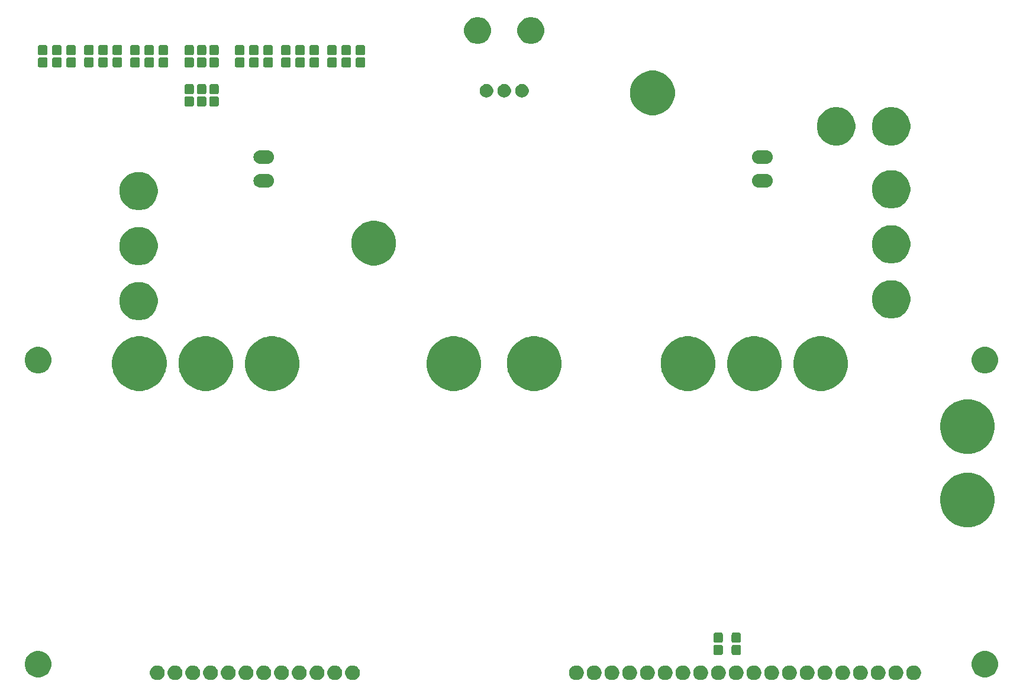
<source format=gbr>
G04 #@! TF.GenerationSoftware,KiCad,Pcbnew,(5.0.0)*
G04 #@! TF.CreationDate,2019-04-05T17:45:59-05:00*
G04 #@! TF.ProjectId,ODriveInterfacingBoard,4F4472697665496E746572666163696E,rev?*
G04 #@! TF.SameCoordinates,Original*
G04 #@! TF.FileFunction,Soldermask,Top*
G04 #@! TF.FilePolarity,Negative*
%FSLAX46Y46*%
G04 Gerber Fmt 4.6, Leading zero omitted, Abs format (unit mm)*
G04 Created by KiCad (PCBNEW (5.0.0)) date 04/05/19 17:45:59*
%MOMM*%
%LPD*%
G01*
G04 APERTURE LIST*
%ADD10C,0.100000*%
G04 APERTURE END LIST*
D10*
G36*
X81534637Y-143695621D02*
X81715023Y-143731501D01*
X81906111Y-143810653D01*
X82078085Y-143925562D01*
X82224338Y-144071815D01*
X82339247Y-144243789D01*
X82418399Y-144434877D01*
X82458749Y-144637735D01*
X82458749Y-144844567D01*
X82418399Y-145047425D01*
X82339247Y-145238513D01*
X82224338Y-145410487D01*
X82078085Y-145556740D01*
X81906111Y-145671649D01*
X81715023Y-145750801D01*
X81534637Y-145786681D01*
X81512166Y-145791151D01*
X81305332Y-145791151D01*
X81282861Y-145786681D01*
X81102475Y-145750801D01*
X80911387Y-145671649D01*
X80739413Y-145556740D01*
X80593160Y-145410487D01*
X80478251Y-145238513D01*
X80399099Y-145047425D01*
X80358749Y-144844567D01*
X80358749Y-144637735D01*
X80399099Y-144434877D01*
X80478251Y-144243789D01*
X80593160Y-144071815D01*
X80739413Y-143925562D01*
X80911387Y-143810653D01*
X81102475Y-143731501D01*
X81282861Y-143695621D01*
X81305332Y-143691151D01*
X81512166Y-143691151D01*
X81534637Y-143695621D01*
X81534637Y-143695621D01*
G37*
G36*
X121194605Y-143695621D02*
X121374991Y-143731501D01*
X121566079Y-143810653D01*
X121738053Y-143925562D01*
X121884306Y-144071815D01*
X121999215Y-144243789D01*
X122078367Y-144434877D01*
X122118717Y-144637735D01*
X122118717Y-144844567D01*
X122078367Y-145047425D01*
X121999215Y-145238513D01*
X121884306Y-145410487D01*
X121738053Y-145556740D01*
X121566079Y-145671649D01*
X121374991Y-145750801D01*
X121194605Y-145786681D01*
X121172134Y-145791151D01*
X120965300Y-145791151D01*
X120942829Y-145786681D01*
X120762443Y-145750801D01*
X120571355Y-145671649D01*
X120399381Y-145556740D01*
X120253128Y-145410487D01*
X120138219Y-145238513D01*
X120059067Y-145047425D01*
X120018717Y-144844567D01*
X120018717Y-144637735D01*
X120059067Y-144434877D01*
X120138219Y-144243789D01*
X120253128Y-144071815D01*
X120399381Y-143925562D01*
X120571355Y-143810653D01*
X120762443Y-143731501D01*
X120942829Y-143695621D01*
X120965300Y-143691151D01*
X121172134Y-143691151D01*
X121194605Y-143695621D01*
X121194605Y-143695621D01*
G37*
G36*
X164374605Y-143695621D02*
X164554991Y-143731501D01*
X164746079Y-143810653D01*
X164918053Y-143925562D01*
X165064306Y-144071815D01*
X165179215Y-144243789D01*
X165258367Y-144434877D01*
X165298717Y-144637735D01*
X165298717Y-144844567D01*
X165258367Y-145047425D01*
X165179215Y-145238513D01*
X165064306Y-145410487D01*
X164918053Y-145556740D01*
X164746079Y-145671649D01*
X164554991Y-145750801D01*
X164374605Y-145786681D01*
X164352134Y-145791151D01*
X164145300Y-145791151D01*
X164122829Y-145786681D01*
X163942443Y-145750801D01*
X163751355Y-145671649D01*
X163579381Y-145556740D01*
X163433128Y-145410487D01*
X163318219Y-145238513D01*
X163239067Y-145047425D01*
X163198717Y-144844567D01*
X163198717Y-144637735D01*
X163239067Y-144434877D01*
X163318219Y-144243789D01*
X163433128Y-144071815D01*
X163579381Y-143925562D01*
X163751355Y-143810653D01*
X163942443Y-143731501D01*
X164122829Y-143695621D01*
X164145300Y-143691151D01*
X164352134Y-143691151D01*
X164374605Y-143695621D01*
X164374605Y-143695621D01*
G37*
G36*
X84074637Y-143695621D02*
X84255023Y-143731501D01*
X84446111Y-143810653D01*
X84618085Y-143925562D01*
X84764338Y-144071815D01*
X84879247Y-144243789D01*
X84958399Y-144434877D01*
X84998749Y-144637735D01*
X84998749Y-144844567D01*
X84958399Y-145047425D01*
X84879247Y-145238513D01*
X84764338Y-145410487D01*
X84618085Y-145556740D01*
X84446111Y-145671649D01*
X84255023Y-145750801D01*
X84074637Y-145786681D01*
X84052166Y-145791151D01*
X83845332Y-145791151D01*
X83822861Y-145786681D01*
X83642475Y-145750801D01*
X83451387Y-145671649D01*
X83279413Y-145556740D01*
X83133160Y-145410487D01*
X83018251Y-145238513D01*
X82939099Y-145047425D01*
X82898749Y-144844567D01*
X82898749Y-144637735D01*
X82939099Y-144434877D01*
X83018251Y-144243789D01*
X83133160Y-144071815D01*
X83279413Y-143925562D01*
X83451387Y-143810653D01*
X83642475Y-143731501D01*
X83822861Y-143695621D01*
X83845332Y-143691151D01*
X84052166Y-143691151D01*
X84074637Y-143695621D01*
X84074637Y-143695621D01*
G37*
G36*
X78994637Y-143695621D02*
X79175023Y-143731501D01*
X79366111Y-143810653D01*
X79538085Y-143925562D01*
X79684338Y-144071815D01*
X79799247Y-144243789D01*
X79878399Y-144434877D01*
X79918749Y-144637735D01*
X79918749Y-144844567D01*
X79878399Y-145047425D01*
X79799247Y-145238513D01*
X79684338Y-145410487D01*
X79538085Y-145556740D01*
X79366111Y-145671649D01*
X79175023Y-145750801D01*
X78994637Y-145786681D01*
X78972166Y-145791151D01*
X78765332Y-145791151D01*
X78742861Y-145786681D01*
X78562475Y-145750801D01*
X78371387Y-145671649D01*
X78199413Y-145556740D01*
X78053160Y-145410487D01*
X77938251Y-145238513D01*
X77859099Y-145047425D01*
X77818749Y-144844567D01*
X77818749Y-144637735D01*
X77859099Y-144434877D01*
X77938251Y-144243789D01*
X78053160Y-144071815D01*
X78199413Y-143925562D01*
X78371387Y-143810653D01*
X78562475Y-143731501D01*
X78742861Y-143695621D01*
X78765332Y-143691151D01*
X78972166Y-143691151D01*
X78994637Y-143695621D01*
X78994637Y-143695621D01*
G37*
G36*
X76454637Y-143695621D02*
X76635023Y-143731501D01*
X76826111Y-143810653D01*
X76998085Y-143925562D01*
X77144338Y-144071815D01*
X77259247Y-144243789D01*
X77338399Y-144434877D01*
X77378749Y-144637735D01*
X77378749Y-144844567D01*
X77338399Y-145047425D01*
X77259247Y-145238513D01*
X77144338Y-145410487D01*
X76998085Y-145556740D01*
X76826111Y-145671649D01*
X76635023Y-145750801D01*
X76454637Y-145786681D01*
X76432166Y-145791151D01*
X76225332Y-145791151D01*
X76202861Y-145786681D01*
X76022475Y-145750801D01*
X75831387Y-145671649D01*
X75659413Y-145556740D01*
X75513160Y-145410487D01*
X75398251Y-145238513D01*
X75319099Y-145047425D01*
X75278749Y-144844567D01*
X75278749Y-144637735D01*
X75319099Y-144434877D01*
X75398251Y-144243789D01*
X75513160Y-144071815D01*
X75659413Y-143925562D01*
X75831387Y-143810653D01*
X76022475Y-143731501D01*
X76202861Y-143695621D01*
X76225332Y-143691151D01*
X76432166Y-143691151D01*
X76454637Y-143695621D01*
X76454637Y-143695621D01*
G37*
G36*
X73914637Y-143695621D02*
X74095023Y-143731501D01*
X74286111Y-143810653D01*
X74458085Y-143925562D01*
X74604338Y-144071815D01*
X74719247Y-144243789D01*
X74798399Y-144434877D01*
X74838749Y-144637735D01*
X74838749Y-144844567D01*
X74798399Y-145047425D01*
X74719247Y-145238513D01*
X74604338Y-145410487D01*
X74458085Y-145556740D01*
X74286111Y-145671649D01*
X74095023Y-145750801D01*
X73914637Y-145786681D01*
X73892166Y-145791151D01*
X73685332Y-145791151D01*
X73662861Y-145786681D01*
X73482475Y-145750801D01*
X73291387Y-145671649D01*
X73119413Y-145556740D01*
X72973160Y-145410487D01*
X72858251Y-145238513D01*
X72779099Y-145047425D01*
X72738749Y-144844567D01*
X72738749Y-144637735D01*
X72779099Y-144434877D01*
X72858251Y-144243789D01*
X72973160Y-144071815D01*
X73119413Y-143925562D01*
X73291387Y-143810653D01*
X73482475Y-143731501D01*
X73662861Y-143695621D01*
X73685332Y-143691151D01*
X73892166Y-143691151D01*
X73914637Y-143695621D01*
X73914637Y-143695621D01*
G37*
G36*
X71374637Y-143695621D02*
X71555023Y-143731501D01*
X71746111Y-143810653D01*
X71918085Y-143925562D01*
X72064338Y-144071815D01*
X72179247Y-144243789D01*
X72258399Y-144434877D01*
X72298749Y-144637735D01*
X72298749Y-144844567D01*
X72258399Y-145047425D01*
X72179247Y-145238513D01*
X72064338Y-145410487D01*
X71918085Y-145556740D01*
X71746111Y-145671649D01*
X71555023Y-145750801D01*
X71374637Y-145786681D01*
X71352166Y-145791151D01*
X71145332Y-145791151D01*
X71122861Y-145786681D01*
X70942475Y-145750801D01*
X70751387Y-145671649D01*
X70579413Y-145556740D01*
X70433160Y-145410487D01*
X70318251Y-145238513D01*
X70239099Y-145047425D01*
X70198749Y-144844567D01*
X70198749Y-144637735D01*
X70239099Y-144434877D01*
X70318251Y-144243789D01*
X70433160Y-144071815D01*
X70579413Y-143925562D01*
X70751387Y-143810653D01*
X70942475Y-143731501D01*
X71122861Y-143695621D01*
X71145332Y-143691151D01*
X71352166Y-143691151D01*
X71374637Y-143695621D01*
X71374637Y-143695621D01*
G37*
G36*
X68834637Y-143695621D02*
X69015023Y-143731501D01*
X69206111Y-143810653D01*
X69378085Y-143925562D01*
X69524338Y-144071815D01*
X69639247Y-144243789D01*
X69718399Y-144434877D01*
X69758749Y-144637735D01*
X69758749Y-144844567D01*
X69718399Y-145047425D01*
X69639247Y-145238513D01*
X69524338Y-145410487D01*
X69378085Y-145556740D01*
X69206111Y-145671649D01*
X69015023Y-145750801D01*
X68834637Y-145786681D01*
X68812166Y-145791151D01*
X68605332Y-145791151D01*
X68582861Y-145786681D01*
X68402475Y-145750801D01*
X68211387Y-145671649D01*
X68039413Y-145556740D01*
X67893160Y-145410487D01*
X67778251Y-145238513D01*
X67699099Y-145047425D01*
X67658749Y-144844567D01*
X67658749Y-144637735D01*
X67699099Y-144434877D01*
X67778251Y-144243789D01*
X67893160Y-144071815D01*
X68039413Y-143925562D01*
X68211387Y-143810653D01*
X68402475Y-143731501D01*
X68582861Y-143695621D01*
X68605332Y-143691151D01*
X68812166Y-143691151D01*
X68834637Y-143695621D01*
X68834637Y-143695621D01*
G37*
G36*
X66294637Y-143695621D02*
X66475023Y-143731501D01*
X66666111Y-143810653D01*
X66838085Y-143925562D01*
X66984338Y-144071815D01*
X67099247Y-144243789D01*
X67178399Y-144434877D01*
X67218749Y-144637735D01*
X67218749Y-144844567D01*
X67178399Y-145047425D01*
X67099247Y-145238513D01*
X66984338Y-145410487D01*
X66838085Y-145556740D01*
X66666111Y-145671649D01*
X66475023Y-145750801D01*
X66294637Y-145786681D01*
X66272166Y-145791151D01*
X66065332Y-145791151D01*
X66042861Y-145786681D01*
X65862475Y-145750801D01*
X65671387Y-145671649D01*
X65499413Y-145556740D01*
X65353160Y-145410487D01*
X65238251Y-145238513D01*
X65159099Y-145047425D01*
X65118749Y-144844567D01*
X65118749Y-144637735D01*
X65159099Y-144434877D01*
X65238251Y-144243789D01*
X65353160Y-144071815D01*
X65499413Y-143925562D01*
X65671387Y-143810653D01*
X65862475Y-143731501D01*
X66042861Y-143695621D01*
X66065332Y-143691151D01*
X66272166Y-143691151D01*
X66294637Y-143695621D01*
X66294637Y-143695621D01*
G37*
G36*
X63754637Y-143695621D02*
X63935023Y-143731501D01*
X64126111Y-143810653D01*
X64298085Y-143925562D01*
X64444338Y-144071815D01*
X64559247Y-144243789D01*
X64638399Y-144434877D01*
X64678749Y-144637735D01*
X64678749Y-144844567D01*
X64638399Y-145047425D01*
X64559247Y-145238513D01*
X64444338Y-145410487D01*
X64298085Y-145556740D01*
X64126111Y-145671649D01*
X63935023Y-145750801D01*
X63754637Y-145786681D01*
X63732166Y-145791151D01*
X63525332Y-145791151D01*
X63502861Y-145786681D01*
X63322475Y-145750801D01*
X63131387Y-145671649D01*
X62959413Y-145556740D01*
X62813160Y-145410487D01*
X62698251Y-145238513D01*
X62619099Y-145047425D01*
X62578749Y-144844567D01*
X62578749Y-144637735D01*
X62619099Y-144434877D01*
X62698251Y-144243789D01*
X62813160Y-144071815D01*
X62959413Y-143925562D01*
X63131387Y-143810653D01*
X63322475Y-143731501D01*
X63502861Y-143695621D01*
X63525332Y-143691151D01*
X63732166Y-143691151D01*
X63754637Y-143695621D01*
X63754637Y-143695621D01*
G37*
G36*
X61214637Y-143695621D02*
X61395023Y-143731501D01*
X61586111Y-143810653D01*
X61758085Y-143925562D01*
X61904338Y-144071815D01*
X62019247Y-144243789D01*
X62098399Y-144434877D01*
X62138749Y-144637735D01*
X62138749Y-144844567D01*
X62098399Y-145047425D01*
X62019247Y-145238513D01*
X61904338Y-145410487D01*
X61758085Y-145556740D01*
X61586111Y-145671649D01*
X61395023Y-145750801D01*
X61214637Y-145786681D01*
X61192166Y-145791151D01*
X60985332Y-145791151D01*
X60962861Y-145786681D01*
X60782475Y-145750801D01*
X60591387Y-145671649D01*
X60419413Y-145556740D01*
X60273160Y-145410487D01*
X60158251Y-145238513D01*
X60079099Y-145047425D01*
X60038749Y-144844567D01*
X60038749Y-144637735D01*
X60079099Y-144434877D01*
X60158251Y-144243789D01*
X60273160Y-144071815D01*
X60419413Y-143925562D01*
X60591387Y-143810653D01*
X60782475Y-143731501D01*
X60962861Y-143695621D01*
X60985332Y-143691151D01*
X61192166Y-143691151D01*
X61214637Y-143695621D01*
X61214637Y-143695621D01*
G37*
G36*
X58674637Y-143695621D02*
X58855023Y-143731501D01*
X59046111Y-143810653D01*
X59218085Y-143925562D01*
X59364338Y-144071815D01*
X59479247Y-144243789D01*
X59558399Y-144434877D01*
X59598749Y-144637735D01*
X59598749Y-144844567D01*
X59558399Y-145047425D01*
X59479247Y-145238513D01*
X59364338Y-145410487D01*
X59218085Y-145556740D01*
X59046111Y-145671649D01*
X58855023Y-145750801D01*
X58674637Y-145786681D01*
X58652166Y-145791151D01*
X58445332Y-145791151D01*
X58422861Y-145786681D01*
X58242475Y-145750801D01*
X58051387Y-145671649D01*
X57879413Y-145556740D01*
X57733160Y-145410487D01*
X57618251Y-145238513D01*
X57539099Y-145047425D01*
X57498749Y-144844567D01*
X57498749Y-144637735D01*
X57539099Y-144434877D01*
X57618251Y-144243789D01*
X57733160Y-144071815D01*
X57879413Y-143925562D01*
X58051387Y-143810653D01*
X58242475Y-143731501D01*
X58422861Y-143695621D01*
X58445332Y-143691151D01*
X58652166Y-143691151D01*
X58674637Y-143695621D01*
X58674637Y-143695621D01*
G37*
G36*
X56134637Y-143695621D02*
X56315023Y-143731501D01*
X56506111Y-143810653D01*
X56678085Y-143925562D01*
X56824338Y-144071815D01*
X56939247Y-144243789D01*
X57018399Y-144434877D01*
X57058749Y-144637735D01*
X57058749Y-144844567D01*
X57018399Y-145047425D01*
X56939247Y-145238513D01*
X56824338Y-145410487D01*
X56678085Y-145556740D01*
X56506111Y-145671649D01*
X56315023Y-145750801D01*
X56134637Y-145786681D01*
X56112166Y-145791151D01*
X55905332Y-145791151D01*
X55882861Y-145786681D01*
X55702475Y-145750801D01*
X55511387Y-145671649D01*
X55339413Y-145556740D01*
X55193160Y-145410487D01*
X55078251Y-145238513D01*
X54999099Y-145047425D01*
X54958749Y-144844567D01*
X54958749Y-144637735D01*
X54999099Y-144434877D01*
X55078251Y-144243789D01*
X55193160Y-144071815D01*
X55339413Y-143925562D01*
X55511387Y-143810653D01*
X55702475Y-143731501D01*
X55882861Y-143695621D01*
X55905332Y-143691151D01*
X56112166Y-143691151D01*
X56134637Y-143695621D01*
X56134637Y-143695621D01*
G37*
G36*
X116114605Y-143695621D02*
X116294991Y-143731501D01*
X116486079Y-143810653D01*
X116658053Y-143925562D01*
X116804306Y-144071815D01*
X116919215Y-144243789D01*
X116998367Y-144434877D01*
X117038717Y-144637735D01*
X117038717Y-144844567D01*
X116998367Y-145047425D01*
X116919215Y-145238513D01*
X116804306Y-145410487D01*
X116658053Y-145556740D01*
X116486079Y-145671649D01*
X116294991Y-145750801D01*
X116114605Y-145786681D01*
X116092134Y-145791151D01*
X115885300Y-145791151D01*
X115862829Y-145786681D01*
X115682443Y-145750801D01*
X115491355Y-145671649D01*
X115319381Y-145556740D01*
X115173128Y-145410487D01*
X115058219Y-145238513D01*
X114979067Y-145047425D01*
X114938717Y-144844567D01*
X114938717Y-144637735D01*
X114979067Y-144434877D01*
X115058219Y-144243789D01*
X115173128Y-144071815D01*
X115319381Y-143925562D01*
X115491355Y-143810653D01*
X115682443Y-143731501D01*
X115862829Y-143695621D01*
X115885300Y-143691151D01*
X116092134Y-143691151D01*
X116114605Y-143695621D01*
X116114605Y-143695621D01*
G37*
G36*
X118654605Y-143695621D02*
X118834991Y-143731501D01*
X119026079Y-143810653D01*
X119198053Y-143925562D01*
X119344306Y-144071815D01*
X119459215Y-144243789D01*
X119538367Y-144434877D01*
X119578717Y-144637735D01*
X119578717Y-144844567D01*
X119538367Y-145047425D01*
X119459215Y-145238513D01*
X119344306Y-145410487D01*
X119198053Y-145556740D01*
X119026079Y-145671649D01*
X118834991Y-145750801D01*
X118654605Y-145786681D01*
X118632134Y-145791151D01*
X118425300Y-145791151D01*
X118402829Y-145786681D01*
X118222443Y-145750801D01*
X118031355Y-145671649D01*
X117859381Y-145556740D01*
X117713128Y-145410487D01*
X117598219Y-145238513D01*
X117519067Y-145047425D01*
X117478717Y-144844567D01*
X117478717Y-144637735D01*
X117519067Y-144434877D01*
X117598219Y-144243789D01*
X117713128Y-144071815D01*
X117859381Y-143925562D01*
X118031355Y-143810653D01*
X118222443Y-143731501D01*
X118402829Y-143695621D01*
X118425300Y-143691151D01*
X118632134Y-143691151D01*
X118654605Y-143695621D01*
X118654605Y-143695621D01*
G37*
G36*
X123734605Y-143695621D02*
X123914991Y-143731501D01*
X124106079Y-143810653D01*
X124278053Y-143925562D01*
X124424306Y-144071815D01*
X124539215Y-144243789D01*
X124618367Y-144434877D01*
X124658717Y-144637735D01*
X124658717Y-144844567D01*
X124618367Y-145047425D01*
X124539215Y-145238513D01*
X124424306Y-145410487D01*
X124278053Y-145556740D01*
X124106079Y-145671649D01*
X123914991Y-145750801D01*
X123734605Y-145786681D01*
X123712134Y-145791151D01*
X123505300Y-145791151D01*
X123482829Y-145786681D01*
X123302443Y-145750801D01*
X123111355Y-145671649D01*
X122939381Y-145556740D01*
X122793128Y-145410487D01*
X122678219Y-145238513D01*
X122599067Y-145047425D01*
X122558717Y-144844567D01*
X122558717Y-144637735D01*
X122599067Y-144434877D01*
X122678219Y-144243789D01*
X122793128Y-144071815D01*
X122939381Y-143925562D01*
X123111355Y-143810653D01*
X123302443Y-143731501D01*
X123482829Y-143695621D01*
X123505300Y-143691151D01*
X123712134Y-143691151D01*
X123734605Y-143695621D01*
X123734605Y-143695621D01*
G37*
G36*
X159294605Y-143695621D02*
X159474991Y-143731501D01*
X159666079Y-143810653D01*
X159838053Y-143925562D01*
X159984306Y-144071815D01*
X160099215Y-144243789D01*
X160178367Y-144434877D01*
X160218717Y-144637735D01*
X160218717Y-144844567D01*
X160178367Y-145047425D01*
X160099215Y-145238513D01*
X159984306Y-145410487D01*
X159838053Y-145556740D01*
X159666079Y-145671649D01*
X159474991Y-145750801D01*
X159294605Y-145786681D01*
X159272134Y-145791151D01*
X159065300Y-145791151D01*
X159042829Y-145786681D01*
X158862443Y-145750801D01*
X158671355Y-145671649D01*
X158499381Y-145556740D01*
X158353128Y-145410487D01*
X158238219Y-145238513D01*
X158159067Y-145047425D01*
X158118717Y-144844567D01*
X158118717Y-144637735D01*
X158159067Y-144434877D01*
X158238219Y-144243789D01*
X158353128Y-144071815D01*
X158499381Y-143925562D01*
X158671355Y-143810653D01*
X158862443Y-143731501D01*
X159042829Y-143695621D01*
X159065300Y-143691151D01*
X159272134Y-143691151D01*
X159294605Y-143695621D01*
X159294605Y-143695621D01*
G37*
G36*
X156754605Y-143695621D02*
X156934991Y-143731501D01*
X157126079Y-143810653D01*
X157298053Y-143925562D01*
X157444306Y-144071815D01*
X157559215Y-144243789D01*
X157638367Y-144434877D01*
X157678717Y-144637735D01*
X157678717Y-144844567D01*
X157638367Y-145047425D01*
X157559215Y-145238513D01*
X157444306Y-145410487D01*
X157298053Y-145556740D01*
X157126079Y-145671649D01*
X156934991Y-145750801D01*
X156754605Y-145786681D01*
X156732134Y-145791151D01*
X156525300Y-145791151D01*
X156502829Y-145786681D01*
X156322443Y-145750801D01*
X156131355Y-145671649D01*
X155959381Y-145556740D01*
X155813128Y-145410487D01*
X155698219Y-145238513D01*
X155619067Y-145047425D01*
X155578717Y-144844567D01*
X155578717Y-144637735D01*
X155619067Y-144434877D01*
X155698219Y-144243789D01*
X155813128Y-144071815D01*
X155959381Y-143925562D01*
X156131355Y-143810653D01*
X156322443Y-143731501D01*
X156502829Y-143695621D01*
X156525300Y-143691151D01*
X156732134Y-143691151D01*
X156754605Y-143695621D01*
X156754605Y-143695621D01*
G37*
G36*
X154214605Y-143695621D02*
X154394991Y-143731501D01*
X154586079Y-143810653D01*
X154758053Y-143925562D01*
X154904306Y-144071815D01*
X155019215Y-144243789D01*
X155098367Y-144434877D01*
X155138717Y-144637735D01*
X155138717Y-144844567D01*
X155098367Y-145047425D01*
X155019215Y-145238513D01*
X154904306Y-145410487D01*
X154758053Y-145556740D01*
X154586079Y-145671649D01*
X154394991Y-145750801D01*
X154214605Y-145786681D01*
X154192134Y-145791151D01*
X153985300Y-145791151D01*
X153962829Y-145786681D01*
X153782443Y-145750801D01*
X153591355Y-145671649D01*
X153419381Y-145556740D01*
X153273128Y-145410487D01*
X153158219Y-145238513D01*
X153079067Y-145047425D01*
X153038717Y-144844567D01*
X153038717Y-144637735D01*
X153079067Y-144434877D01*
X153158219Y-144243789D01*
X153273128Y-144071815D01*
X153419381Y-143925562D01*
X153591355Y-143810653D01*
X153782443Y-143731501D01*
X153962829Y-143695621D01*
X153985300Y-143691151D01*
X154192134Y-143691151D01*
X154214605Y-143695621D01*
X154214605Y-143695621D01*
G37*
G36*
X151674605Y-143695621D02*
X151854991Y-143731501D01*
X152046079Y-143810653D01*
X152218053Y-143925562D01*
X152364306Y-144071815D01*
X152479215Y-144243789D01*
X152558367Y-144434877D01*
X152598717Y-144637735D01*
X152598717Y-144844567D01*
X152558367Y-145047425D01*
X152479215Y-145238513D01*
X152364306Y-145410487D01*
X152218053Y-145556740D01*
X152046079Y-145671649D01*
X151854991Y-145750801D01*
X151674605Y-145786681D01*
X151652134Y-145791151D01*
X151445300Y-145791151D01*
X151422829Y-145786681D01*
X151242443Y-145750801D01*
X151051355Y-145671649D01*
X150879381Y-145556740D01*
X150733128Y-145410487D01*
X150618219Y-145238513D01*
X150539067Y-145047425D01*
X150498717Y-144844567D01*
X150498717Y-144637735D01*
X150539067Y-144434877D01*
X150618219Y-144243789D01*
X150733128Y-144071815D01*
X150879381Y-143925562D01*
X151051355Y-143810653D01*
X151242443Y-143731501D01*
X151422829Y-143695621D01*
X151445300Y-143691151D01*
X151652134Y-143691151D01*
X151674605Y-143695621D01*
X151674605Y-143695621D01*
G37*
G36*
X149134605Y-143695621D02*
X149314991Y-143731501D01*
X149506079Y-143810653D01*
X149678053Y-143925562D01*
X149824306Y-144071815D01*
X149939215Y-144243789D01*
X150018367Y-144434877D01*
X150058717Y-144637735D01*
X150058717Y-144844567D01*
X150018367Y-145047425D01*
X149939215Y-145238513D01*
X149824306Y-145410487D01*
X149678053Y-145556740D01*
X149506079Y-145671649D01*
X149314991Y-145750801D01*
X149134605Y-145786681D01*
X149112134Y-145791151D01*
X148905300Y-145791151D01*
X148882829Y-145786681D01*
X148702443Y-145750801D01*
X148511355Y-145671649D01*
X148339381Y-145556740D01*
X148193128Y-145410487D01*
X148078219Y-145238513D01*
X147999067Y-145047425D01*
X147958717Y-144844567D01*
X147958717Y-144637735D01*
X147999067Y-144434877D01*
X148078219Y-144243789D01*
X148193128Y-144071815D01*
X148339381Y-143925562D01*
X148511355Y-143810653D01*
X148702443Y-143731501D01*
X148882829Y-143695621D01*
X148905300Y-143691151D01*
X149112134Y-143691151D01*
X149134605Y-143695621D01*
X149134605Y-143695621D01*
G37*
G36*
X146594605Y-143695621D02*
X146774991Y-143731501D01*
X146966079Y-143810653D01*
X147138053Y-143925562D01*
X147284306Y-144071815D01*
X147399215Y-144243789D01*
X147478367Y-144434877D01*
X147518717Y-144637735D01*
X147518717Y-144844567D01*
X147478367Y-145047425D01*
X147399215Y-145238513D01*
X147284306Y-145410487D01*
X147138053Y-145556740D01*
X146966079Y-145671649D01*
X146774991Y-145750801D01*
X146594605Y-145786681D01*
X146572134Y-145791151D01*
X146365300Y-145791151D01*
X146342829Y-145786681D01*
X146162443Y-145750801D01*
X145971355Y-145671649D01*
X145799381Y-145556740D01*
X145653128Y-145410487D01*
X145538219Y-145238513D01*
X145459067Y-145047425D01*
X145418717Y-144844567D01*
X145418717Y-144637735D01*
X145459067Y-144434877D01*
X145538219Y-144243789D01*
X145653128Y-144071815D01*
X145799381Y-143925562D01*
X145971355Y-143810653D01*
X146162443Y-143731501D01*
X146342829Y-143695621D01*
X146365300Y-143691151D01*
X146572134Y-143691151D01*
X146594605Y-143695621D01*
X146594605Y-143695621D01*
G37*
G36*
X144054605Y-143695621D02*
X144234991Y-143731501D01*
X144426079Y-143810653D01*
X144598053Y-143925562D01*
X144744306Y-144071815D01*
X144859215Y-144243789D01*
X144938367Y-144434877D01*
X144978717Y-144637735D01*
X144978717Y-144844567D01*
X144938367Y-145047425D01*
X144859215Y-145238513D01*
X144744306Y-145410487D01*
X144598053Y-145556740D01*
X144426079Y-145671649D01*
X144234991Y-145750801D01*
X144054605Y-145786681D01*
X144032134Y-145791151D01*
X143825300Y-145791151D01*
X143802829Y-145786681D01*
X143622443Y-145750801D01*
X143431355Y-145671649D01*
X143259381Y-145556740D01*
X143113128Y-145410487D01*
X142998219Y-145238513D01*
X142919067Y-145047425D01*
X142878717Y-144844567D01*
X142878717Y-144637735D01*
X142919067Y-144434877D01*
X142998219Y-144243789D01*
X143113128Y-144071815D01*
X143259381Y-143925562D01*
X143431355Y-143810653D01*
X143622443Y-143731501D01*
X143802829Y-143695621D01*
X143825300Y-143691151D01*
X144032134Y-143691151D01*
X144054605Y-143695621D01*
X144054605Y-143695621D01*
G37*
G36*
X138974605Y-143695621D02*
X139154991Y-143731501D01*
X139346079Y-143810653D01*
X139518053Y-143925562D01*
X139664306Y-144071815D01*
X139779215Y-144243789D01*
X139858367Y-144434877D01*
X139898717Y-144637735D01*
X139898717Y-144844567D01*
X139858367Y-145047425D01*
X139779215Y-145238513D01*
X139664306Y-145410487D01*
X139518053Y-145556740D01*
X139346079Y-145671649D01*
X139154991Y-145750801D01*
X138974605Y-145786681D01*
X138952134Y-145791151D01*
X138745300Y-145791151D01*
X138722829Y-145786681D01*
X138542443Y-145750801D01*
X138351355Y-145671649D01*
X138179381Y-145556740D01*
X138033128Y-145410487D01*
X137918219Y-145238513D01*
X137839067Y-145047425D01*
X137798717Y-144844567D01*
X137798717Y-144637735D01*
X137839067Y-144434877D01*
X137918219Y-144243789D01*
X138033128Y-144071815D01*
X138179381Y-143925562D01*
X138351355Y-143810653D01*
X138542443Y-143731501D01*
X138722829Y-143695621D01*
X138745300Y-143691151D01*
X138952134Y-143691151D01*
X138974605Y-143695621D01*
X138974605Y-143695621D01*
G37*
G36*
X161834605Y-143695621D02*
X162014991Y-143731501D01*
X162206079Y-143810653D01*
X162378053Y-143925562D01*
X162524306Y-144071815D01*
X162639215Y-144243789D01*
X162718367Y-144434877D01*
X162758717Y-144637735D01*
X162758717Y-144844567D01*
X162718367Y-145047425D01*
X162639215Y-145238513D01*
X162524306Y-145410487D01*
X162378053Y-145556740D01*
X162206079Y-145671649D01*
X162014991Y-145750801D01*
X161834605Y-145786681D01*
X161812134Y-145791151D01*
X161605300Y-145791151D01*
X161582829Y-145786681D01*
X161402443Y-145750801D01*
X161211355Y-145671649D01*
X161039381Y-145556740D01*
X160893128Y-145410487D01*
X160778219Y-145238513D01*
X160699067Y-145047425D01*
X160658717Y-144844567D01*
X160658717Y-144637735D01*
X160699067Y-144434877D01*
X160778219Y-144243789D01*
X160893128Y-144071815D01*
X161039381Y-143925562D01*
X161211355Y-143810653D01*
X161402443Y-143731501D01*
X161582829Y-143695621D01*
X161605300Y-143691151D01*
X161812134Y-143691151D01*
X161834605Y-143695621D01*
X161834605Y-143695621D01*
G37*
G36*
X126274605Y-143695621D02*
X126454991Y-143731501D01*
X126646079Y-143810653D01*
X126818053Y-143925562D01*
X126964306Y-144071815D01*
X127079215Y-144243789D01*
X127158367Y-144434877D01*
X127198717Y-144637735D01*
X127198717Y-144844567D01*
X127158367Y-145047425D01*
X127079215Y-145238513D01*
X126964306Y-145410487D01*
X126818053Y-145556740D01*
X126646079Y-145671649D01*
X126454991Y-145750801D01*
X126274605Y-145786681D01*
X126252134Y-145791151D01*
X126045300Y-145791151D01*
X126022829Y-145786681D01*
X125842443Y-145750801D01*
X125651355Y-145671649D01*
X125479381Y-145556740D01*
X125333128Y-145410487D01*
X125218219Y-145238513D01*
X125139067Y-145047425D01*
X125098717Y-144844567D01*
X125098717Y-144637735D01*
X125139067Y-144434877D01*
X125218219Y-144243789D01*
X125333128Y-144071815D01*
X125479381Y-143925562D01*
X125651355Y-143810653D01*
X125842443Y-143731501D01*
X126022829Y-143695621D01*
X126045300Y-143691151D01*
X126252134Y-143691151D01*
X126274605Y-143695621D01*
X126274605Y-143695621D01*
G37*
G36*
X128814605Y-143695621D02*
X128994991Y-143731501D01*
X129186079Y-143810653D01*
X129358053Y-143925562D01*
X129504306Y-144071815D01*
X129619215Y-144243789D01*
X129698367Y-144434877D01*
X129738717Y-144637735D01*
X129738717Y-144844567D01*
X129698367Y-145047425D01*
X129619215Y-145238513D01*
X129504306Y-145410487D01*
X129358053Y-145556740D01*
X129186079Y-145671649D01*
X128994991Y-145750801D01*
X128814605Y-145786681D01*
X128792134Y-145791151D01*
X128585300Y-145791151D01*
X128562829Y-145786681D01*
X128382443Y-145750801D01*
X128191355Y-145671649D01*
X128019381Y-145556740D01*
X127873128Y-145410487D01*
X127758219Y-145238513D01*
X127679067Y-145047425D01*
X127638717Y-144844567D01*
X127638717Y-144637735D01*
X127679067Y-144434877D01*
X127758219Y-144243789D01*
X127873128Y-144071815D01*
X128019381Y-143925562D01*
X128191355Y-143810653D01*
X128382443Y-143731501D01*
X128562829Y-143695621D01*
X128585300Y-143691151D01*
X128792134Y-143691151D01*
X128814605Y-143695621D01*
X128814605Y-143695621D01*
G37*
G36*
X141514605Y-143695621D02*
X141694991Y-143731501D01*
X141886079Y-143810653D01*
X142058053Y-143925562D01*
X142204306Y-144071815D01*
X142319215Y-144243789D01*
X142398367Y-144434877D01*
X142438717Y-144637735D01*
X142438717Y-144844567D01*
X142398367Y-145047425D01*
X142319215Y-145238513D01*
X142204306Y-145410487D01*
X142058053Y-145556740D01*
X141886079Y-145671649D01*
X141694991Y-145750801D01*
X141514605Y-145786681D01*
X141492134Y-145791151D01*
X141285300Y-145791151D01*
X141262829Y-145786681D01*
X141082443Y-145750801D01*
X140891355Y-145671649D01*
X140719381Y-145556740D01*
X140573128Y-145410487D01*
X140458219Y-145238513D01*
X140379067Y-145047425D01*
X140338717Y-144844567D01*
X140338717Y-144637735D01*
X140379067Y-144434877D01*
X140458219Y-144243789D01*
X140573128Y-144071815D01*
X140719381Y-143925562D01*
X140891355Y-143810653D01*
X141082443Y-143731501D01*
X141262829Y-143695621D01*
X141285300Y-143691151D01*
X141492134Y-143691151D01*
X141514605Y-143695621D01*
X141514605Y-143695621D01*
G37*
G36*
X133894605Y-143695621D02*
X134074991Y-143731501D01*
X134266079Y-143810653D01*
X134438053Y-143925562D01*
X134584306Y-144071815D01*
X134699215Y-144243789D01*
X134778367Y-144434877D01*
X134818717Y-144637735D01*
X134818717Y-144844567D01*
X134778367Y-145047425D01*
X134699215Y-145238513D01*
X134584306Y-145410487D01*
X134438053Y-145556740D01*
X134266079Y-145671649D01*
X134074991Y-145750801D01*
X133894605Y-145786681D01*
X133872134Y-145791151D01*
X133665300Y-145791151D01*
X133642829Y-145786681D01*
X133462443Y-145750801D01*
X133271355Y-145671649D01*
X133099381Y-145556740D01*
X132953128Y-145410487D01*
X132838219Y-145238513D01*
X132759067Y-145047425D01*
X132718717Y-144844567D01*
X132718717Y-144637735D01*
X132759067Y-144434877D01*
X132838219Y-144243789D01*
X132953128Y-144071815D01*
X133099381Y-143925562D01*
X133271355Y-143810653D01*
X133462443Y-143731501D01*
X133642829Y-143695621D01*
X133665300Y-143691151D01*
X133872134Y-143691151D01*
X133894605Y-143695621D01*
X133894605Y-143695621D01*
G37*
G36*
X136434605Y-143695621D02*
X136614991Y-143731501D01*
X136806079Y-143810653D01*
X136978053Y-143925562D01*
X137124306Y-144071815D01*
X137239215Y-144243789D01*
X137318367Y-144434877D01*
X137358717Y-144637735D01*
X137358717Y-144844567D01*
X137318367Y-145047425D01*
X137239215Y-145238513D01*
X137124306Y-145410487D01*
X136978053Y-145556740D01*
X136806079Y-145671649D01*
X136614991Y-145750801D01*
X136434605Y-145786681D01*
X136412134Y-145791151D01*
X136205300Y-145791151D01*
X136182829Y-145786681D01*
X136002443Y-145750801D01*
X135811355Y-145671649D01*
X135639381Y-145556740D01*
X135493128Y-145410487D01*
X135378219Y-145238513D01*
X135299067Y-145047425D01*
X135258717Y-144844567D01*
X135258717Y-144637735D01*
X135299067Y-144434877D01*
X135378219Y-144243789D01*
X135493128Y-144071815D01*
X135639381Y-143925562D01*
X135811355Y-143810653D01*
X136002443Y-143731501D01*
X136182829Y-143695621D01*
X136205300Y-143691151D01*
X136412134Y-143691151D01*
X136434605Y-143695621D01*
X136434605Y-143695621D01*
G37*
G36*
X131354605Y-143695621D02*
X131534991Y-143731501D01*
X131726079Y-143810653D01*
X131898053Y-143925562D01*
X132044306Y-144071815D01*
X132159215Y-144243789D01*
X132238367Y-144434877D01*
X132278717Y-144637735D01*
X132278717Y-144844567D01*
X132238367Y-145047425D01*
X132159215Y-145238513D01*
X132044306Y-145410487D01*
X131898053Y-145556740D01*
X131726079Y-145671649D01*
X131534991Y-145750801D01*
X131354605Y-145786681D01*
X131332134Y-145791151D01*
X131125300Y-145791151D01*
X131102829Y-145786681D01*
X130922443Y-145750801D01*
X130731355Y-145671649D01*
X130559381Y-145556740D01*
X130413128Y-145410487D01*
X130298219Y-145238513D01*
X130219067Y-145047425D01*
X130178717Y-144844567D01*
X130178717Y-144637735D01*
X130219067Y-144434877D01*
X130298219Y-144243789D01*
X130413128Y-144071815D01*
X130559381Y-143925562D01*
X130731355Y-143810653D01*
X130922443Y-143731501D01*
X131102829Y-143695621D01*
X131125300Y-143691151D01*
X131332134Y-143691151D01*
X131354605Y-143695621D01*
X131354605Y-143695621D01*
G37*
G36*
X175002926Y-141684167D02*
X175348703Y-141827392D01*
X175659899Y-142035327D01*
X175924541Y-142299969D01*
X176132476Y-142611165D01*
X176275701Y-142956942D01*
X176348717Y-143324016D01*
X176348717Y-143698286D01*
X176275701Y-144065360D01*
X176132476Y-144411137D01*
X175924541Y-144722333D01*
X175659899Y-144986975D01*
X175348703Y-145194910D01*
X175002926Y-145338135D01*
X174635852Y-145411151D01*
X174261582Y-145411151D01*
X173894508Y-145338135D01*
X173548731Y-145194910D01*
X173237535Y-144986975D01*
X172972893Y-144722333D01*
X172764958Y-144411137D01*
X172621733Y-144065360D01*
X172548717Y-143698286D01*
X172548717Y-143324016D01*
X172621733Y-142956942D01*
X172764958Y-142611165D01*
X172972893Y-142299969D01*
X173237535Y-142035327D01*
X173548731Y-141827392D01*
X173894508Y-141684167D01*
X174261582Y-141611151D01*
X174635852Y-141611151D01*
X175002926Y-141684167D01*
X175002926Y-141684167D01*
G37*
G36*
X39502926Y-141684167D02*
X39848703Y-141827392D01*
X40159899Y-142035327D01*
X40424541Y-142299969D01*
X40632476Y-142611165D01*
X40775701Y-142956942D01*
X40848717Y-143324016D01*
X40848717Y-143698286D01*
X40775701Y-144065360D01*
X40632476Y-144411137D01*
X40424541Y-144722333D01*
X40159899Y-144986975D01*
X39848703Y-145194910D01*
X39502926Y-145338135D01*
X39135852Y-145411151D01*
X38761582Y-145411151D01*
X38394508Y-145338135D01*
X38048731Y-145194910D01*
X37737535Y-144986975D01*
X37472893Y-144722333D01*
X37264958Y-144411137D01*
X37121733Y-144065360D01*
X37048717Y-143698286D01*
X37048717Y-143324016D01*
X37121733Y-142956942D01*
X37264958Y-142611165D01*
X37472893Y-142299969D01*
X37737535Y-142035327D01*
X38048731Y-141827392D01*
X38394508Y-141684167D01*
X38761582Y-141611151D01*
X39135852Y-141611151D01*
X39502926Y-141684167D01*
X39502926Y-141684167D01*
G37*
G36*
X136724530Y-140758877D02*
X136776010Y-140774493D01*
X136823442Y-140799846D01*
X136865027Y-140833973D01*
X136899154Y-140875558D01*
X136924507Y-140922990D01*
X136940123Y-140974470D01*
X136946000Y-141034140D01*
X136946000Y-141921860D01*
X136940123Y-141981530D01*
X136924507Y-142033010D01*
X136899154Y-142080442D01*
X136865027Y-142122027D01*
X136823442Y-142156154D01*
X136776010Y-142181507D01*
X136724530Y-142197123D01*
X136664860Y-142203000D01*
X135877140Y-142203000D01*
X135817470Y-142197123D01*
X135765990Y-142181507D01*
X135718558Y-142156154D01*
X135676973Y-142122027D01*
X135642846Y-142080442D01*
X135617493Y-142033010D01*
X135601877Y-141981530D01*
X135596000Y-141921860D01*
X135596000Y-141034140D01*
X135601877Y-140974470D01*
X135617493Y-140922990D01*
X135642846Y-140875558D01*
X135676973Y-140833973D01*
X135718558Y-140799846D01*
X135765990Y-140774493D01*
X135817470Y-140758877D01*
X135877140Y-140753000D01*
X136664860Y-140753000D01*
X136724530Y-140758877D01*
X136724530Y-140758877D01*
G37*
G36*
X139328030Y-140758877D02*
X139379510Y-140774493D01*
X139426942Y-140799846D01*
X139468527Y-140833973D01*
X139502654Y-140875558D01*
X139528007Y-140922990D01*
X139543623Y-140974470D01*
X139549500Y-141034140D01*
X139549500Y-141921860D01*
X139543623Y-141981530D01*
X139528007Y-142033010D01*
X139502654Y-142080442D01*
X139468527Y-142122027D01*
X139426942Y-142156154D01*
X139379510Y-142181507D01*
X139328030Y-142197123D01*
X139268360Y-142203000D01*
X138480640Y-142203000D01*
X138420970Y-142197123D01*
X138369490Y-142181507D01*
X138322058Y-142156154D01*
X138280473Y-142122027D01*
X138246346Y-142080442D01*
X138220993Y-142033010D01*
X138205377Y-141981530D01*
X138199500Y-141921860D01*
X138199500Y-141034140D01*
X138205377Y-140974470D01*
X138220993Y-140922990D01*
X138246346Y-140875558D01*
X138280473Y-140833973D01*
X138322058Y-140799846D01*
X138369490Y-140774493D01*
X138420970Y-140758877D01*
X138480640Y-140753000D01*
X139268360Y-140753000D01*
X139328030Y-140758877D01*
X139328030Y-140758877D01*
G37*
G36*
X136724530Y-139008877D02*
X136776010Y-139024493D01*
X136823442Y-139049846D01*
X136865027Y-139083973D01*
X136899154Y-139125558D01*
X136924507Y-139172990D01*
X136940123Y-139224470D01*
X136946000Y-139284140D01*
X136946000Y-140171860D01*
X136940123Y-140231530D01*
X136924507Y-140283010D01*
X136899154Y-140330442D01*
X136865027Y-140372027D01*
X136823442Y-140406154D01*
X136776010Y-140431507D01*
X136724530Y-140447123D01*
X136664860Y-140453000D01*
X135877140Y-140453000D01*
X135817470Y-140447123D01*
X135765990Y-140431507D01*
X135718558Y-140406154D01*
X135676973Y-140372027D01*
X135642846Y-140330442D01*
X135617493Y-140283010D01*
X135601877Y-140231530D01*
X135596000Y-140171860D01*
X135596000Y-139284140D01*
X135601877Y-139224470D01*
X135617493Y-139172990D01*
X135642846Y-139125558D01*
X135676973Y-139083973D01*
X135718558Y-139049846D01*
X135765990Y-139024493D01*
X135817470Y-139008877D01*
X135877140Y-139003000D01*
X136664860Y-139003000D01*
X136724530Y-139008877D01*
X136724530Y-139008877D01*
G37*
G36*
X139328030Y-139008877D02*
X139379510Y-139024493D01*
X139426942Y-139049846D01*
X139468527Y-139083973D01*
X139502654Y-139125558D01*
X139528007Y-139172990D01*
X139543623Y-139224470D01*
X139549500Y-139284140D01*
X139549500Y-140171860D01*
X139543623Y-140231530D01*
X139528007Y-140283010D01*
X139502654Y-140330442D01*
X139468527Y-140372027D01*
X139426942Y-140406154D01*
X139379510Y-140431507D01*
X139328030Y-140447123D01*
X139268360Y-140453000D01*
X138480640Y-140453000D01*
X138420970Y-140447123D01*
X138369490Y-140431507D01*
X138322058Y-140406154D01*
X138280473Y-140372027D01*
X138246346Y-140330442D01*
X138220993Y-140283010D01*
X138205377Y-140231530D01*
X138199500Y-140171860D01*
X138199500Y-139284140D01*
X138205377Y-139224470D01*
X138220993Y-139172990D01*
X138246346Y-139125558D01*
X138280473Y-139083973D01*
X138322058Y-139049846D01*
X138369490Y-139024493D01*
X138420970Y-139008877D01*
X138480640Y-139003000D01*
X139268360Y-139003000D01*
X139328030Y-139008877D01*
X139328030Y-139008877D01*
G37*
G36*
X172835148Y-116211068D02*
X173086305Y-116261026D01*
X173796060Y-116555016D01*
X174426318Y-116976142D01*
X174434825Y-116981826D01*
X174978042Y-117525043D01*
X175404853Y-118163810D01*
X175698842Y-118873564D01*
X175848717Y-119627033D01*
X175848717Y-120395269D01*
X175698842Y-121148738D01*
X175404853Y-121858492D01*
X174978042Y-122497259D01*
X174434825Y-123040476D01*
X174434822Y-123040478D01*
X173796060Y-123467286D01*
X173086305Y-123761276D01*
X172835148Y-123811234D01*
X172332835Y-123911151D01*
X171564599Y-123911151D01*
X171062286Y-123811234D01*
X170811129Y-123761276D01*
X170101374Y-123467286D01*
X169462612Y-123040478D01*
X169462609Y-123040476D01*
X168919392Y-122497259D01*
X168492581Y-121858492D01*
X168198592Y-121148738D01*
X168048717Y-120395269D01*
X168048717Y-119627033D01*
X168198592Y-118873564D01*
X168492581Y-118163810D01*
X168919392Y-117525043D01*
X169462609Y-116981826D01*
X169471116Y-116976142D01*
X170101374Y-116555016D01*
X170811129Y-116261026D01*
X171062286Y-116211068D01*
X171564599Y-116111151D01*
X172332835Y-116111151D01*
X172835148Y-116211068D01*
X172835148Y-116211068D01*
G37*
G36*
X172835148Y-105711068D02*
X173086305Y-105761026D01*
X173796060Y-106055016D01*
X174426318Y-106476142D01*
X174434825Y-106481826D01*
X174978042Y-107025043D01*
X175404853Y-107663810D01*
X175698842Y-108373564D01*
X175848717Y-109127033D01*
X175848717Y-109895269D01*
X175698842Y-110648738D01*
X175404853Y-111358492D01*
X174978042Y-111997259D01*
X174434825Y-112540476D01*
X174434822Y-112540478D01*
X173796060Y-112967286D01*
X173086305Y-113261276D01*
X172835148Y-113311234D01*
X172332835Y-113411151D01*
X171564599Y-113411151D01*
X171062286Y-113311234D01*
X170811129Y-113261276D01*
X170101374Y-112967286D01*
X169462612Y-112540478D01*
X169462609Y-112540476D01*
X168919392Y-111997259D01*
X168492581Y-111358492D01*
X168198592Y-110648738D01*
X168048717Y-109895269D01*
X168048717Y-109127033D01*
X168198592Y-108373564D01*
X168492581Y-107663810D01*
X168919392Y-107025043D01*
X169462609Y-106481826D01*
X169471116Y-106476142D01*
X170101374Y-106055016D01*
X170811129Y-105761026D01*
X171062286Y-105711068D01*
X171564599Y-105611151D01*
X172332835Y-105611151D01*
X172835148Y-105711068D01*
X172835148Y-105711068D01*
G37*
G36*
X142335148Y-96711068D02*
X142586305Y-96761026D01*
X143296060Y-97055016D01*
X143926318Y-97476142D01*
X143934825Y-97481826D01*
X144478042Y-98025043D01*
X144478044Y-98025046D01*
X144819004Y-98535327D01*
X144904853Y-98663810D01*
X145198842Y-99373564D01*
X145348717Y-100127033D01*
X145348717Y-100895269D01*
X145248800Y-101397582D01*
X145198842Y-101648739D01*
X145090147Y-101911151D01*
X144904853Y-102358492D01*
X144478042Y-102997259D01*
X143934825Y-103540476D01*
X143934822Y-103540478D01*
X143296060Y-103967286D01*
X142586305Y-104261276D01*
X142335148Y-104311234D01*
X141832835Y-104411151D01*
X141064599Y-104411151D01*
X140562286Y-104311234D01*
X140311129Y-104261276D01*
X139601374Y-103967286D01*
X138962612Y-103540478D01*
X138962609Y-103540476D01*
X138419392Y-102997259D01*
X137992581Y-102358492D01*
X137807287Y-101911151D01*
X137698592Y-101648739D01*
X137648634Y-101397582D01*
X137548717Y-100895269D01*
X137548717Y-100127033D01*
X137698592Y-99373564D01*
X137992581Y-98663810D01*
X138078431Y-98535327D01*
X138419390Y-98025046D01*
X138419392Y-98025043D01*
X138962609Y-97481826D01*
X138971116Y-97476142D01*
X139601374Y-97055016D01*
X140311129Y-96761026D01*
X140562286Y-96711068D01*
X141064599Y-96611151D01*
X141832835Y-96611151D01*
X142335148Y-96711068D01*
X142335148Y-96711068D01*
G37*
G36*
X151835148Y-96711068D02*
X152086305Y-96761026D01*
X152796060Y-97055016D01*
X153426318Y-97476142D01*
X153434825Y-97481826D01*
X153978042Y-98025043D01*
X153978044Y-98025046D01*
X154319004Y-98535327D01*
X154404853Y-98663810D01*
X154698842Y-99373564D01*
X154848717Y-100127033D01*
X154848717Y-100895269D01*
X154748800Y-101397582D01*
X154698842Y-101648739D01*
X154590147Y-101911151D01*
X154404853Y-102358492D01*
X153978042Y-102997259D01*
X153434825Y-103540476D01*
X153434822Y-103540478D01*
X152796060Y-103967286D01*
X152086305Y-104261276D01*
X151835148Y-104311234D01*
X151332835Y-104411151D01*
X150564599Y-104411151D01*
X150062286Y-104311234D01*
X149811129Y-104261276D01*
X149101374Y-103967286D01*
X148462612Y-103540478D01*
X148462609Y-103540476D01*
X147919392Y-102997259D01*
X147492581Y-102358492D01*
X147307287Y-101911151D01*
X147198592Y-101648739D01*
X147148634Y-101397582D01*
X147048717Y-100895269D01*
X147048717Y-100127033D01*
X147198592Y-99373564D01*
X147492581Y-98663810D01*
X147578431Y-98535327D01*
X147919390Y-98025046D01*
X147919392Y-98025043D01*
X148462609Y-97481826D01*
X148471116Y-97476142D01*
X149101374Y-97055016D01*
X149811129Y-96761026D01*
X150062286Y-96711068D01*
X150564599Y-96611151D01*
X151332835Y-96611151D01*
X151835148Y-96711068D01*
X151835148Y-96711068D01*
G37*
G36*
X54335148Y-96711068D02*
X54586305Y-96761026D01*
X55296060Y-97055016D01*
X55926318Y-97476142D01*
X55934825Y-97481826D01*
X56478042Y-98025043D01*
X56478044Y-98025046D01*
X56819004Y-98535327D01*
X56904853Y-98663810D01*
X57198842Y-99373564D01*
X57348717Y-100127033D01*
X57348717Y-100895269D01*
X57248800Y-101397582D01*
X57198842Y-101648739D01*
X57090147Y-101911151D01*
X56904853Y-102358492D01*
X56478042Y-102997259D01*
X55934825Y-103540476D01*
X55934822Y-103540478D01*
X55296060Y-103967286D01*
X54586305Y-104261276D01*
X54335148Y-104311234D01*
X53832835Y-104411151D01*
X53064599Y-104411151D01*
X52562286Y-104311234D01*
X52311129Y-104261276D01*
X51601374Y-103967286D01*
X50962612Y-103540478D01*
X50962609Y-103540476D01*
X50419392Y-102997259D01*
X49992581Y-102358492D01*
X49807287Y-101911151D01*
X49698592Y-101648739D01*
X49648634Y-101397582D01*
X49548717Y-100895269D01*
X49548717Y-100127033D01*
X49698592Y-99373564D01*
X49992581Y-98663810D01*
X50078431Y-98535327D01*
X50419390Y-98025046D01*
X50419392Y-98025043D01*
X50962609Y-97481826D01*
X50971116Y-97476142D01*
X51601374Y-97055016D01*
X52311129Y-96761026D01*
X52562286Y-96711068D01*
X53064599Y-96611151D01*
X53832835Y-96611151D01*
X54335148Y-96711068D01*
X54335148Y-96711068D01*
G37*
G36*
X132835148Y-96711068D02*
X133086305Y-96761026D01*
X133796060Y-97055016D01*
X134426318Y-97476142D01*
X134434825Y-97481826D01*
X134978042Y-98025043D01*
X134978044Y-98025046D01*
X135319004Y-98535327D01*
X135404853Y-98663810D01*
X135698842Y-99373564D01*
X135848717Y-100127033D01*
X135848717Y-100895269D01*
X135748800Y-101397582D01*
X135698842Y-101648739D01*
X135590147Y-101911151D01*
X135404853Y-102358492D01*
X134978042Y-102997259D01*
X134434825Y-103540476D01*
X134434822Y-103540478D01*
X133796060Y-103967286D01*
X133086305Y-104261276D01*
X132835148Y-104311234D01*
X132332835Y-104411151D01*
X131564599Y-104411151D01*
X131062286Y-104311234D01*
X130811129Y-104261276D01*
X130101374Y-103967286D01*
X129462612Y-103540478D01*
X129462609Y-103540476D01*
X128919392Y-102997259D01*
X128492581Y-102358492D01*
X128307287Y-101911151D01*
X128198592Y-101648739D01*
X128148634Y-101397582D01*
X128048717Y-100895269D01*
X128048717Y-100127033D01*
X128198592Y-99373564D01*
X128492581Y-98663810D01*
X128578431Y-98535327D01*
X128919390Y-98025046D01*
X128919392Y-98025043D01*
X129462609Y-97481826D01*
X129471116Y-97476142D01*
X130101374Y-97055016D01*
X130811129Y-96761026D01*
X131062286Y-96711068D01*
X131564599Y-96611151D01*
X132332835Y-96611151D01*
X132835148Y-96711068D01*
X132835148Y-96711068D01*
G37*
G36*
X110835148Y-96711068D02*
X111086305Y-96761026D01*
X111796060Y-97055016D01*
X112426318Y-97476142D01*
X112434825Y-97481826D01*
X112978042Y-98025043D01*
X112978044Y-98025046D01*
X113319004Y-98535327D01*
X113404853Y-98663810D01*
X113698842Y-99373564D01*
X113848717Y-100127033D01*
X113848717Y-100895269D01*
X113748800Y-101397582D01*
X113698842Y-101648739D01*
X113590147Y-101911151D01*
X113404853Y-102358492D01*
X112978042Y-102997259D01*
X112434825Y-103540476D01*
X112434822Y-103540478D01*
X111796060Y-103967286D01*
X111086305Y-104261276D01*
X110835148Y-104311234D01*
X110332835Y-104411151D01*
X109564599Y-104411151D01*
X109062286Y-104311234D01*
X108811129Y-104261276D01*
X108101374Y-103967286D01*
X107462612Y-103540478D01*
X107462609Y-103540476D01*
X106919392Y-102997259D01*
X106492581Y-102358492D01*
X106307287Y-101911151D01*
X106198592Y-101648739D01*
X106148634Y-101397582D01*
X106048717Y-100895269D01*
X106048717Y-100127033D01*
X106198592Y-99373564D01*
X106492581Y-98663810D01*
X106578431Y-98535327D01*
X106919390Y-98025046D01*
X106919392Y-98025043D01*
X107462609Y-97481826D01*
X107471116Y-97476142D01*
X108101374Y-97055016D01*
X108811129Y-96761026D01*
X109062286Y-96711068D01*
X109564599Y-96611151D01*
X110332835Y-96611151D01*
X110835148Y-96711068D01*
X110835148Y-96711068D01*
G37*
G36*
X73335148Y-96711068D02*
X73586305Y-96761026D01*
X74296060Y-97055016D01*
X74926318Y-97476142D01*
X74934825Y-97481826D01*
X75478042Y-98025043D01*
X75478044Y-98025046D01*
X75819004Y-98535327D01*
X75904853Y-98663810D01*
X76198842Y-99373564D01*
X76348717Y-100127033D01*
X76348717Y-100895269D01*
X76248800Y-101397582D01*
X76198842Y-101648739D01*
X76090147Y-101911151D01*
X75904853Y-102358492D01*
X75478042Y-102997259D01*
X74934825Y-103540476D01*
X74934822Y-103540478D01*
X74296060Y-103967286D01*
X73586305Y-104261276D01*
X73335148Y-104311234D01*
X72832835Y-104411151D01*
X72064599Y-104411151D01*
X71562286Y-104311234D01*
X71311129Y-104261276D01*
X70601374Y-103967286D01*
X69962612Y-103540478D01*
X69962609Y-103540476D01*
X69419392Y-102997259D01*
X68992581Y-102358492D01*
X68807287Y-101911151D01*
X68698592Y-101648739D01*
X68648634Y-101397582D01*
X68548717Y-100895269D01*
X68548717Y-100127033D01*
X68698592Y-99373564D01*
X68992581Y-98663810D01*
X69078431Y-98535327D01*
X69419390Y-98025046D01*
X69419392Y-98025043D01*
X69962609Y-97481826D01*
X69971116Y-97476142D01*
X70601374Y-97055016D01*
X71311129Y-96761026D01*
X71562286Y-96711068D01*
X72064599Y-96611151D01*
X72832835Y-96611151D01*
X73335148Y-96711068D01*
X73335148Y-96711068D01*
G37*
G36*
X63835148Y-96711068D02*
X64086305Y-96761026D01*
X64796060Y-97055016D01*
X65426318Y-97476142D01*
X65434825Y-97481826D01*
X65978042Y-98025043D01*
X65978044Y-98025046D01*
X66319004Y-98535327D01*
X66404853Y-98663810D01*
X66698842Y-99373564D01*
X66848717Y-100127033D01*
X66848717Y-100895269D01*
X66748800Y-101397582D01*
X66698842Y-101648739D01*
X66590147Y-101911151D01*
X66404853Y-102358492D01*
X65978042Y-102997259D01*
X65434825Y-103540476D01*
X65434822Y-103540478D01*
X64796060Y-103967286D01*
X64086305Y-104261276D01*
X63835148Y-104311234D01*
X63332835Y-104411151D01*
X62564599Y-104411151D01*
X62062286Y-104311234D01*
X61811129Y-104261276D01*
X61101374Y-103967286D01*
X60462612Y-103540478D01*
X60462609Y-103540476D01*
X59919392Y-102997259D01*
X59492581Y-102358492D01*
X59307287Y-101911151D01*
X59198592Y-101648739D01*
X59148634Y-101397582D01*
X59048717Y-100895269D01*
X59048717Y-100127033D01*
X59198592Y-99373564D01*
X59492581Y-98663810D01*
X59578431Y-98535327D01*
X59919390Y-98025046D01*
X59919392Y-98025043D01*
X60462609Y-97481826D01*
X60471116Y-97476142D01*
X61101374Y-97055016D01*
X61811129Y-96761026D01*
X62062286Y-96711068D01*
X62564599Y-96611151D01*
X63332835Y-96611151D01*
X63835148Y-96711068D01*
X63835148Y-96711068D01*
G37*
G36*
X99335148Y-96711068D02*
X99586305Y-96761026D01*
X100296060Y-97055016D01*
X100926318Y-97476142D01*
X100934825Y-97481826D01*
X101478042Y-98025043D01*
X101478044Y-98025046D01*
X101819004Y-98535327D01*
X101904853Y-98663810D01*
X102198842Y-99373564D01*
X102348717Y-100127033D01*
X102348717Y-100895269D01*
X102248800Y-101397582D01*
X102198842Y-101648739D01*
X102090147Y-101911151D01*
X101904853Y-102358492D01*
X101478042Y-102997259D01*
X100934825Y-103540476D01*
X100934822Y-103540478D01*
X100296060Y-103967286D01*
X99586305Y-104261276D01*
X99335148Y-104311234D01*
X98832835Y-104411151D01*
X98064599Y-104411151D01*
X97562286Y-104311234D01*
X97311129Y-104261276D01*
X96601374Y-103967286D01*
X95962612Y-103540478D01*
X95962609Y-103540476D01*
X95419392Y-102997259D01*
X94992581Y-102358492D01*
X94807287Y-101911151D01*
X94698592Y-101648739D01*
X94648634Y-101397582D01*
X94548717Y-100895269D01*
X94548717Y-100127033D01*
X94698592Y-99373564D01*
X94992581Y-98663810D01*
X95078431Y-98535327D01*
X95419390Y-98025046D01*
X95419392Y-98025043D01*
X95962609Y-97481826D01*
X95971116Y-97476142D01*
X96601374Y-97055016D01*
X97311129Y-96761026D01*
X97562286Y-96711068D01*
X98064599Y-96611151D01*
X98832835Y-96611151D01*
X99335148Y-96711068D01*
X99335148Y-96711068D01*
G37*
G36*
X175002926Y-98184167D02*
X175348703Y-98327392D01*
X175659899Y-98535327D01*
X175924541Y-98799969D01*
X176132476Y-99111165D01*
X176275701Y-99456942D01*
X176348717Y-99824016D01*
X176348717Y-100198286D01*
X176275701Y-100565360D01*
X176132476Y-100911137D01*
X175924541Y-101222333D01*
X175659899Y-101486975D01*
X175348703Y-101694910D01*
X175002926Y-101838135D01*
X174635852Y-101911151D01*
X174261582Y-101911151D01*
X173894508Y-101838135D01*
X173548731Y-101694910D01*
X173237535Y-101486975D01*
X172972893Y-101222333D01*
X172764958Y-100911137D01*
X172621733Y-100565360D01*
X172548717Y-100198286D01*
X172548717Y-99824016D01*
X172621733Y-99456942D01*
X172764958Y-99111165D01*
X172972893Y-98799969D01*
X173237535Y-98535327D01*
X173548731Y-98327392D01*
X173894508Y-98184167D01*
X174261582Y-98111151D01*
X174635852Y-98111151D01*
X175002926Y-98184167D01*
X175002926Y-98184167D01*
G37*
G36*
X39502926Y-98184167D02*
X39848703Y-98327392D01*
X40159899Y-98535327D01*
X40424541Y-98799969D01*
X40632476Y-99111165D01*
X40775701Y-99456942D01*
X40848717Y-99824016D01*
X40848717Y-100198286D01*
X40775701Y-100565360D01*
X40632476Y-100911137D01*
X40424541Y-101222333D01*
X40159899Y-101486975D01*
X39848703Y-101694910D01*
X39502926Y-101838135D01*
X39135852Y-101911151D01*
X38761582Y-101911151D01*
X38394508Y-101838135D01*
X38048731Y-101694910D01*
X37737535Y-101486975D01*
X37472893Y-101222333D01*
X37264958Y-100911137D01*
X37121733Y-100565360D01*
X37048717Y-100198286D01*
X37048717Y-99824016D01*
X37121733Y-99456942D01*
X37264958Y-99111165D01*
X37472893Y-98799969D01*
X37737535Y-98535327D01*
X38048731Y-98327392D01*
X38394508Y-98184167D01*
X38761582Y-98111151D01*
X39135852Y-98111151D01*
X39502926Y-98184167D01*
X39502926Y-98184167D01*
G37*
G36*
X53900665Y-88884843D02*
X54139229Y-88932296D01*
X54637877Y-89138843D01*
X55083621Y-89436681D01*
X55086651Y-89438705D01*
X55468295Y-89820349D01*
X55468297Y-89820352D01*
X55768157Y-90269123D01*
X55974704Y-90767771D01*
X56080000Y-91297134D01*
X56080000Y-91836866D01*
X55974704Y-92366229D01*
X55768157Y-92864877D01*
X55470319Y-93310621D01*
X55468295Y-93313651D01*
X55086651Y-93695295D01*
X55086648Y-93695297D01*
X54637877Y-93995157D01*
X54139229Y-94201704D01*
X53962775Y-94236803D01*
X53609868Y-94307000D01*
X53070132Y-94307000D01*
X52717225Y-94236803D01*
X52540771Y-94201704D01*
X52042123Y-93995157D01*
X51593352Y-93695297D01*
X51593349Y-93695295D01*
X51211705Y-93313651D01*
X51209681Y-93310621D01*
X50911843Y-92864877D01*
X50705296Y-92366229D01*
X50600000Y-91836866D01*
X50600000Y-91297134D01*
X50705296Y-90767771D01*
X50911843Y-90269123D01*
X51211703Y-89820352D01*
X51211705Y-89820349D01*
X51593349Y-89438705D01*
X51596379Y-89436681D01*
X52042123Y-89138843D01*
X52540771Y-88932296D01*
X52779335Y-88884843D01*
X53070132Y-88827000D01*
X53609868Y-88827000D01*
X53900665Y-88884843D01*
X53900665Y-88884843D01*
G37*
G36*
X161658775Y-88643197D02*
X161835229Y-88678296D01*
X162333877Y-88884843D01*
X162714014Y-89138843D01*
X162782651Y-89184705D01*
X163164295Y-89566349D01*
X163164297Y-89566352D01*
X163464157Y-90015123D01*
X163670704Y-90513771D01*
X163776000Y-91043134D01*
X163776000Y-91582866D01*
X163670704Y-92112229D01*
X163464157Y-92610877D01*
X163294440Y-92864876D01*
X163164295Y-93059651D01*
X162782651Y-93441295D01*
X162782648Y-93441297D01*
X162333877Y-93741157D01*
X161835229Y-93947704D01*
X161658775Y-93982803D01*
X161305868Y-94053000D01*
X160766132Y-94053000D01*
X160413225Y-93982803D01*
X160236771Y-93947704D01*
X159738123Y-93741157D01*
X159289352Y-93441297D01*
X159289349Y-93441295D01*
X158907705Y-93059651D01*
X158777560Y-92864876D01*
X158607843Y-92610877D01*
X158401296Y-92112229D01*
X158296000Y-91582866D01*
X158296000Y-91043134D01*
X158401296Y-90513771D01*
X158607843Y-90015123D01*
X158907703Y-89566352D01*
X158907705Y-89566349D01*
X159289349Y-89184705D01*
X159357986Y-89138843D01*
X159738123Y-88884843D01*
X160236771Y-88678296D01*
X160413225Y-88643197D01*
X160766132Y-88573000D01*
X161305868Y-88573000D01*
X161658775Y-88643197D01*
X161658775Y-88643197D01*
G37*
G36*
X87928405Y-80194974D02*
X88510767Y-80436196D01*
X89034884Y-80786400D01*
X89480600Y-81232116D01*
X89830804Y-81756233D01*
X90072026Y-82338595D01*
X90195000Y-82956826D01*
X90195000Y-83587174D01*
X90072026Y-84205405D01*
X89830804Y-84787767D01*
X89480600Y-85311884D01*
X89034884Y-85757600D01*
X88510767Y-86107804D01*
X87928405Y-86349026D01*
X87310174Y-86472000D01*
X86679826Y-86472000D01*
X86061595Y-86349026D01*
X85479233Y-86107804D01*
X84955116Y-85757600D01*
X84509400Y-85311884D01*
X84159196Y-84787767D01*
X83917974Y-84205405D01*
X83795000Y-83587174D01*
X83795000Y-82956826D01*
X83917974Y-82338595D01*
X84159196Y-81756233D01*
X84509400Y-81232116D01*
X84955116Y-80786400D01*
X85479233Y-80436196D01*
X86061595Y-80194974D01*
X86679826Y-80072000D01*
X87310174Y-80072000D01*
X87928405Y-80194974D01*
X87928405Y-80194974D01*
G37*
G36*
X53900665Y-81010843D02*
X54139229Y-81058296D01*
X54637877Y-81264843D01*
X55083621Y-81562681D01*
X55086651Y-81564705D01*
X55468295Y-81946349D01*
X55468297Y-81946352D01*
X55768157Y-82395123D01*
X55869494Y-82639772D01*
X55974704Y-82893772D01*
X56080000Y-83423132D01*
X56080000Y-83962868D01*
X56025228Y-84238228D01*
X55974704Y-84492229D01*
X55768157Y-84990877D01*
X55553668Y-85311881D01*
X55468295Y-85439651D01*
X55086651Y-85821295D01*
X55086648Y-85821297D01*
X54637877Y-86121157D01*
X54139229Y-86327704D01*
X54032040Y-86349025D01*
X53609868Y-86433000D01*
X53070132Y-86433000D01*
X52647960Y-86349025D01*
X52540771Y-86327704D01*
X52042123Y-86121157D01*
X51593352Y-85821297D01*
X51593349Y-85821295D01*
X51211705Y-85439651D01*
X51126332Y-85311881D01*
X50911843Y-84990877D01*
X50705296Y-84492229D01*
X50654772Y-84238228D01*
X50600000Y-83962868D01*
X50600000Y-83423132D01*
X50705296Y-82893772D01*
X50810506Y-82639772D01*
X50911843Y-82395123D01*
X51211703Y-81946352D01*
X51211705Y-81946349D01*
X51593349Y-81564705D01*
X51596379Y-81562681D01*
X52042123Y-81264843D01*
X52540771Y-81058296D01*
X52779335Y-81010843D01*
X53070132Y-80953000D01*
X53609868Y-80953000D01*
X53900665Y-81010843D01*
X53900665Y-81010843D01*
G37*
G36*
X161658775Y-80769197D02*
X161835229Y-80804296D01*
X162333877Y-81010843D01*
X162665039Y-81232119D01*
X162782651Y-81310705D01*
X163164295Y-81692349D01*
X163164297Y-81692352D01*
X163464157Y-82141123D01*
X163670704Y-82639771D01*
X163776000Y-83169134D01*
X163776000Y-83708866D01*
X163670704Y-84238229D01*
X163464157Y-84736877D01*
X163294440Y-84990876D01*
X163164295Y-85185651D01*
X162782651Y-85567295D01*
X162782648Y-85567297D01*
X162333877Y-85867157D01*
X161835229Y-86073704D01*
X161663800Y-86107803D01*
X161305868Y-86179000D01*
X160766132Y-86179000D01*
X160408200Y-86107803D01*
X160236771Y-86073704D01*
X159738123Y-85867157D01*
X159289352Y-85567297D01*
X159289349Y-85567295D01*
X158907705Y-85185651D01*
X158777560Y-84990876D01*
X158607843Y-84736877D01*
X158401296Y-84238229D01*
X158296000Y-83708866D01*
X158296000Y-83169134D01*
X158401296Y-82639771D01*
X158607843Y-82141123D01*
X158907703Y-81692352D01*
X158907705Y-81692349D01*
X159289349Y-81310705D01*
X159406961Y-81232119D01*
X159738123Y-81010843D01*
X160236771Y-80804296D01*
X160413225Y-80769197D01*
X160766132Y-80699000D01*
X161305868Y-80699000D01*
X161658775Y-80769197D01*
X161658775Y-80769197D01*
G37*
G36*
X53900665Y-73136843D02*
X54139229Y-73184296D01*
X54637877Y-73390843D01*
X55044098Y-73662272D01*
X55086651Y-73690705D01*
X55468295Y-74072349D01*
X55468297Y-74072352D01*
X55768157Y-74521123D01*
X55869494Y-74765772D01*
X55974704Y-75019772D01*
X56029228Y-75293881D01*
X56080000Y-75549134D01*
X56080000Y-76088866D01*
X55974704Y-76618229D01*
X55768157Y-77116877D01*
X55470319Y-77562621D01*
X55468295Y-77565651D01*
X55086651Y-77947295D01*
X55086648Y-77947297D01*
X54637877Y-78247157D01*
X54139229Y-78453704D01*
X53962775Y-78488803D01*
X53609868Y-78559000D01*
X53070132Y-78559000D01*
X52717225Y-78488803D01*
X52540771Y-78453704D01*
X52042123Y-78247157D01*
X51593352Y-77947297D01*
X51593349Y-77947295D01*
X51211705Y-77565651D01*
X51209681Y-77562621D01*
X50911843Y-77116877D01*
X50705296Y-76618229D01*
X50600000Y-76088866D01*
X50600000Y-75549134D01*
X50650773Y-75293881D01*
X50705296Y-75019772D01*
X50810506Y-74765772D01*
X50911843Y-74521123D01*
X51211703Y-74072352D01*
X51211705Y-74072349D01*
X51593349Y-73690705D01*
X51635902Y-73662272D01*
X52042123Y-73390843D01*
X52540771Y-73184296D01*
X52779335Y-73136843D01*
X53070132Y-73079000D01*
X53609868Y-73079000D01*
X53900665Y-73136843D01*
X53900665Y-73136843D01*
G37*
G36*
X161658775Y-72895197D02*
X161835229Y-72930296D01*
X162333877Y-73136843D01*
X162703473Y-73383800D01*
X162782651Y-73436705D01*
X163164295Y-73818349D01*
X163164297Y-73818352D01*
X163464157Y-74267123D01*
X163574861Y-74534386D01*
X163670704Y-74765772D01*
X163747041Y-75149543D01*
X163776000Y-75295134D01*
X163776000Y-75834866D01*
X163670704Y-76364229D01*
X163464157Y-76862877D01*
X163294440Y-77116876D01*
X163164295Y-77311651D01*
X162782651Y-77693295D01*
X162782648Y-77693297D01*
X162333877Y-77993157D01*
X161835229Y-78199704D01*
X161658775Y-78234803D01*
X161305868Y-78305000D01*
X160766132Y-78305000D01*
X160413225Y-78234803D01*
X160236771Y-78199704D01*
X159738123Y-77993157D01*
X159289352Y-77693297D01*
X159289349Y-77693295D01*
X158907705Y-77311651D01*
X158777560Y-77116876D01*
X158607843Y-76862877D01*
X158401296Y-76364229D01*
X158296000Y-75834866D01*
X158296000Y-75295134D01*
X158324960Y-75149543D01*
X158401296Y-74765772D01*
X158497139Y-74534386D01*
X158607843Y-74267123D01*
X158907703Y-73818352D01*
X158907705Y-73818349D01*
X159289349Y-73436705D01*
X159368527Y-73383800D01*
X159738123Y-73136843D01*
X160236771Y-72930296D01*
X160413225Y-72895197D01*
X160766132Y-72825000D01*
X161305868Y-72825000D01*
X161658775Y-72895197D01*
X161658775Y-72895197D01*
G37*
G36*
X143299486Y-73397719D02*
X143480820Y-73452727D01*
X143647947Y-73542058D01*
X143794428Y-73662272D01*
X143914642Y-73808753D01*
X144003973Y-73975880D01*
X144058981Y-74157214D01*
X144077554Y-74345800D01*
X144058981Y-74534386D01*
X144003973Y-74715720D01*
X143914642Y-74882847D01*
X143794428Y-75029328D01*
X143647947Y-75149542D01*
X143480820Y-75238873D01*
X143299486Y-75293881D01*
X143158157Y-75307800D01*
X142047643Y-75307800D01*
X141906314Y-75293881D01*
X141724980Y-75238873D01*
X141557853Y-75149542D01*
X141411372Y-75029328D01*
X141291158Y-74882847D01*
X141201827Y-74715720D01*
X141146819Y-74534386D01*
X141128246Y-74345800D01*
X141146819Y-74157214D01*
X141201827Y-73975880D01*
X141291158Y-73808753D01*
X141411372Y-73662272D01*
X141557853Y-73542058D01*
X141724980Y-73452727D01*
X141906314Y-73397719D01*
X142047643Y-73383800D01*
X143158157Y-73383800D01*
X143299486Y-73397719D01*
X143299486Y-73397719D01*
G37*
G36*
X71961686Y-73397719D02*
X72143020Y-73452727D01*
X72310147Y-73542058D01*
X72456628Y-73662272D01*
X72576842Y-73808753D01*
X72666173Y-73975880D01*
X72721181Y-74157214D01*
X72739754Y-74345800D01*
X72721181Y-74534386D01*
X72666173Y-74715720D01*
X72576842Y-74882847D01*
X72456628Y-75029328D01*
X72310147Y-75149542D01*
X72143020Y-75238873D01*
X71961686Y-75293881D01*
X71820357Y-75307800D01*
X70709843Y-75307800D01*
X70568514Y-75293881D01*
X70387180Y-75238873D01*
X70220053Y-75149542D01*
X70073572Y-75029328D01*
X69953358Y-74882847D01*
X69864027Y-74715720D01*
X69809019Y-74534386D01*
X69790446Y-74345800D01*
X69809019Y-74157214D01*
X69864027Y-73975880D01*
X69953358Y-73808753D01*
X70073572Y-73662272D01*
X70220053Y-73542058D01*
X70387180Y-73452727D01*
X70568514Y-73397719D01*
X70709843Y-73383800D01*
X71820357Y-73383800D01*
X71961686Y-73397719D01*
X71961686Y-73397719D01*
G37*
G36*
X71961686Y-69994119D02*
X72143020Y-70049127D01*
X72310147Y-70138458D01*
X72456628Y-70258672D01*
X72576842Y-70405153D01*
X72666173Y-70572280D01*
X72721181Y-70753614D01*
X72739754Y-70942200D01*
X72721181Y-71130786D01*
X72666173Y-71312120D01*
X72576842Y-71479247D01*
X72456628Y-71625728D01*
X72310147Y-71745942D01*
X72143020Y-71835273D01*
X71961686Y-71890281D01*
X71820357Y-71904200D01*
X70709843Y-71904200D01*
X70568514Y-71890281D01*
X70387180Y-71835273D01*
X70220053Y-71745942D01*
X70073572Y-71625728D01*
X69953358Y-71479247D01*
X69864027Y-71312120D01*
X69809019Y-71130786D01*
X69790446Y-70942200D01*
X69809019Y-70753614D01*
X69864027Y-70572280D01*
X69953358Y-70405153D01*
X70073572Y-70258672D01*
X70220053Y-70138458D01*
X70387180Y-70049127D01*
X70568514Y-69994119D01*
X70709843Y-69980200D01*
X71820357Y-69980200D01*
X71961686Y-69994119D01*
X71961686Y-69994119D01*
G37*
G36*
X143299486Y-69994119D02*
X143480820Y-70049127D01*
X143647947Y-70138458D01*
X143794428Y-70258672D01*
X143914642Y-70405153D01*
X144003973Y-70572280D01*
X144058981Y-70753614D01*
X144077554Y-70942200D01*
X144058981Y-71130786D01*
X144003973Y-71312120D01*
X143914642Y-71479247D01*
X143794428Y-71625728D01*
X143647947Y-71745942D01*
X143480820Y-71835273D01*
X143299486Y-71890281D01*
X143158157Y-71904200D01*
X142047643Y-71904200D01*
X141906314Y-71890281D01*
X141724980Y-71835273D01*
X141557853Y-71745942D01*
X141411372Y-71625728D01*
X141291158Y-71479247D01*
X141201827Y-71312120D01*
X141146819Y-71130786D01*
X141128246Y-70942200D01*
X141146819Y-70753614D01*
X141201827Y-70572280D01*
X141291158Y-70405153D01*
X141411372Y-70258672D01*
X141557853Y-70138458D01*
X141724980Y-70049127D01*
X141906314Y-69994119D01*
X142047643Y-69980200D01*
X143158157Y-69980200D01*
X143299486Y-69994119D01*
X143299486Y-69994119D01*
G37*
G36*
X153784775Y-63878197D02*
X153961229Y-63913296D01*
X154459877Y-64119843D01*
X154666044Y-64257600D01*
X154908651Y-64419705D01*
X155290295Y-64801349D01*
X155290297Y-64801352D01*
X155590157Y-65250123D01*
X155796704Y-65748771D01*
X155902000Y-66278134D01*
X155902000Y-66817866D01*
X155796704Y-67347229D01*
X155590157Y-67845877D01*
X155292319Y-68291621D01*
X155290295Y-68294651D01*
X154908651Y-68676295D01*
X154908648Y-68676297D01*
X154459877Y-68976157D01*
X153961229Y-69182704D01*
X153784775Y-69217803D01*
X153431868Y-69288000D01*
X152892132Y-69288000D01*
X152539225Y-69217803D01*
X152362771Y-69182704D01*
X151864123Y-68976157D01*
X151415352Y-68676297D01*
X151415349Y-68676295D01*
X151033705Y-68294651D01*
X151031681Y-68291621D01*
X150733843Y-67845877D01*
X150527296Y-67347229D01*
X150422000Y-66817866D01*
X150422000Y-66278134D01*
X150527296Y-65748771D01*
X150733843Y-65250123D01*
X151033703Y-64801352D01*
X151033705Y-64801349D01*
X151415349Y-64419705D01*
X151657956Y-64257600D01*
X151864123Y-64119843D01*
X152362771Y-63913296D01*
X152539225Y-63878197D01*
X152892132Y-63808000D01*
X153431868Y-63808000D01*
X153784775Y-63878197D01*
X153784775Y-63878197D01*
G37*
G36*
X161658775Y-63878197D02*
X161835229Y-63913296D01*
X162333877Y-64119843D01*
X162540044Y-64257600D01*
X162782651Y-64419705D01*
X163164295Y-64801349D01*
X163164297Y-64801352D01*
X163464157Y-65250123D01*
X163670704Y-65748771D01*
X163776000Y-66278134D01*
X163776000Y-66817866D01*
X163670704Y-67347229D01*
X163464157Y-67845877D01*
X163166319Y-68291621D01*
X163164295Y-68294651D01*
X162782651Y-68676295D01*
X162782648Y-68676297D01*
X162333877Y-68976157D01*
X161835229Y-69182704D01*
X161658775Y-69217803D01*
X161305868Y-69288000D01*
X160766132Y-69288000D01*
X160413225Y-69217803D01*
X160236771Y-69182704D01*
X159738123Y-68976157D01*
X159289352Y-68676297D01*
X159289349Y-68676295D01*
X158907705Y-68294651D01*
X158905681Y-68291621D01*
X158607843Y-67845877D01*
X158401296Y-67347229D01*
X158296000Y-66817866D01*
X158296000Y-66278134D01*
X158401296Y-65748771D01*
X158607843Y-65250123D01*
X158907703Y-64801352D01*
X158907705Y-64801349D01*
X159289349Y-64419705D01*
X159531956Y-64257600D01*
X159738123Y-64119843D01*
X160236771Y-63913296D01*
X160413225Y-63878197D01*
X160766132Y-63808000D01*
X161305868Y-63808000D01*
X161658775Y-63878197D01*
X161658775Y-63878197D01*
G37*
G36*
X127819105Y-58694974D02*
X128401467Y-58936196D01*
X128925584Y-59286400D01*
X129371300Y-59732116D01*
X129721504Y-60256233D01*
X129962726Y-60838595D01*
X130085700Y-61456826D01*
X130085700Y-62087174D01*
X129962726Y-62705405D01*
X129721504Y-63287767D01*
X129371300Y-63811884D01*
X128925584Y-64257600D01*
X128401467Y-64607804D01*
X127819105Y-64849026D01*
X127200874Y-64972000D01*
X126570526Y-64972000D01*
X125952295Y-64849026D01*
X125369933Y-64607804D01*
X124845816Y-64257600D01*
X124400100Y-63811884D01*
X124049896Y-63287767D01*
X123808674Y-62705405D01*
X123685700Y-62087174D01*
X123685700Y-61456826D01*
X123808674Y-60838595D01*
X124049896Y-60256233D01*
X124400100Y-59732116D01*
X124845816Y-59286400D01*
X125369933Y-58936196D01*
X125952295Y-58694974D01*
X126570526Y-58572000D01*
X127200874Y-58572000D01*
X127819105Y-58694974D01*
X127819105Y-58694974D01*
G37*
G36*
X61032530Y-62272877D02*
X61084010Y-62288493D01*
X61131442Y-62313846D01*
X61173027Y-62347973D01*
X61207154Y-62389558D01*
X61232507Y-62436990D01*
X61248123Y-62488470D01*
X61254000Y-62548140D01*
X61254000Y-63435860D01*
X61248123Y-63495530D01*
X61232507Y-63547010D01*
X61207154Y-63594442D01*
X61173027Y-63636027D01*
X61131442Y-63670154D01*
X61084010Y-63695507D01*
X61032530Y-63711123D01*
X60972860Y-63717000D01*
X60185140Y-63717000D01*
X60125470Y-63711123D01*
X60073990Y-63695507D01*
X60026558Y-63670154D01*
X59984973Y-63636027D01*
X59950846Y-63594442D01*
X59925493Y-63547010D01*
X59909877Y-63495530D01*
X59904000Y-63435860D01*
X59904000Y-62548140D01*
X59909877Y-62488470D01*
X59925493Y-62436990D01*
X59950846Y-62389558D01*
X59984973Y-62347973D01*
X60026558Y-62313846D01*
X60073990Y-62288493D01*
X60125470Y-62272877D01*
X60185140Y-62267000D01*
X60972860Y-62267000D01*
X61032530Y-62272877D01*
X61032530Y-62272877D01*
G37*
G36*
X64588530Y-62272877D02*
X64640010Y-62288493D01*
X64687442Y-62313846D01*
X64729027Y-62347973D01*
X64763154Y-62389558D01*
X64788507Y-62436990D01*
X64804123Y-62488470D01*
X64810000Y-62548140D01*
X64810000Y-63435860D01*
X64804123Y-63495530D01*
X64788507Y-63547010D01*
X64763154Y-63594442D01*
X64729027Y-63636027D01*
X64687442Y-63670154D01*
X64640010Y-63695507D01*
X64588530Y-63711123D01*
X64528860Y-63717000D01*
X63741140Y-63717000D01*
X63681470Y-63711123D01*
X63629990Y-63695507D01*
X63582558Y-63670154D01*
X63540973Y-63636027D01*
X63506846Y-63594442D01*
X63481493Y-63547010D01*
X63465877Y-63495530D01*
X63460000Y-63435860D01*
X63460000Y-62548140D01*
X63465877Y-62488470D01*
X63481493Y-62436990D01*
X63506846Y-62389558D01*
X63540973Y-62347973D01*
X63582558Y-62313846D01*
X63629990Y-62288493D01*
X63681470Y-62272877D01*
X63741140Y-62267000D01*
X64528860Y-62267000D01*
X64588530Y-62272877D01*
X64588530Y-62272877D01*
G37*
G36*
X62810530Y-62272877D02*
X62862010Y-62288493D01*
X62909442Y-62313846D01*
X62951027Y-62347973D01*
X62985154Y-62389558D01*
X63010507Y-62436990D01*
X63026123Y-62488470D01*
X63032000Y-62548140D01*
X63032000Y-63435860D01*
X63026123Y-63495530D01*
X63010507Y-63547010D01*
X62985154Y-63594442D01*
X62951027Y-63636027D01*
X62909442Y-63670154D01*
X62862010Y-63695507D01*
X62810530Y-63711123D01*
X62750860Y-63717000D01*
X61963140Y-63717000D01*
X61903470Y-63711123D01*
X61851990Y-63695507D01*
X61804558Y-63670154D01*
X61762973Y-63636027D01*
X61728846Y-63594442D01*
X61703493Y-63547010D01*
X61687877Y-63495530D01*
X61682000Y-63435860D01*
X61682000Y-62548140D01*
X61687877Y-62488470D01*
X61703493Y-62436990D01*
X61728846Y-62389558D01*
X61762973Y-62347973D01*
X61804558Y-62313846D01*
X61851990Y-62288493D01*
X61903470Y-62272877D01*
X61963140Y-62267000D01*
X62750860Y-62267000D01*
X62810530Y-62272877D01*
X62810530Y-62272877D01*
G37*
G36*
X103404603Y-60542968D02*
X103404606Y-60542969D01*
X103404605Y-60542969D01*
X103579678Y-60615486D01*
X103579679Y-60615487D01*
X103737241Y-60720767D01*
X103871233Y-60854759D01*
X103871234Y-60854761D01*
X103976514Y-61012322D01*
X104032603Y-61147734D01*
X104049032Y-61187397D01*
X104086000Y-61373250D01*
X104086000Y-61562750D01*
X104049032Y-61748603D01*
X104049031Y-61748605D01*
X103976514Y-61923678D01*
X103976513Y-61923679D01*
X103871233Y-62081241D01*
X103737241Y-62215233D01*
X103659767Y-62267000D01*
X103579678Y-62320514D01*
X103470224Y-62365851D01*
X103404603Y-62393032D01*
X103218750Y-62430000D01*
X103029250Y-62430000D01*
X102843397Y-62393032D01*
X102777776Y-62365851D01*
X102668322Y-62320514D01*
X102588233Y-62267000D01*
X102510759Y-62215233D01*
X102376767Y-62081241D01*
X102271487Y-61923679D01*
X102271486Y-61923678D01*
X102198969Y-61748605D01*
X102198968Y-61748603D01*
X102162000Y-61562750D01*
X102162000Y-61373250D01*
X102198968Y-61187397D01*
X102215397Y-61147734D01*
X102271486Y-61012322D01*
X102376766Y-60854761D01*
X102376767Y-60854759D01*
X102510759Y-60720767D01*
X102668321Y-60615487D01*
X102668322Y-60615486D01*
X102843395Y-60542969D01*
X102843394Y-60542969D01*
X102843397Y-60542968D01*
X103029250Y-60506000D01*
X103218750Y-60506000D01*
X103404603Y-60542968D01*
X103404603Y-60542968D01*
G37*
G36*
X105944603Y-60542968D02*
X105944606Y-60542969D01*
X105944605Y-60542969D01*
X106119678Y-60615486D01*
X106119679Y-60615487D01*
X106277241Y-60720767D01*
X106411233Y-60854759D01*
X106411234Y-60854761D01*
X106516514Y-61012322D01*
X106572603Y-61147734D01*
X106589032Y-61187397D01*
X106626000Y-61373250D01*
X106626000Y-61562750D01*
X106589032Y-61748603D01*
X106589031Y-61748605D01*
X106516514Y-61923678D01*
X106516513Y-61923679D01*
X106411233Y-62081241D01*
X106277241Y-62215233D01*
X106199767Y-62267000D01*
X106119678Y-62320514D01*
X106010224Y-62365851D01*
X105944603Y-62393032D01*
X105758750Y-62430000D01*
X105569250Y-62430000D01*
X105383397Y-62393032D01*
X105317776Y-62365851D01*
X105208322Y-62320514D01*
X105128233Y-62267000D01*
X105050759Y-62215233D01*
X104916767Y-62081241D01*
X104811487Y-61923679D01*
X104811486Y-61923678D01*
X104738969Y-61748605D01*
X104738968Y-61748603D01*
X104702000Y-61562750D01*
X104702000Y-61373250D01*
X104738968Y-61187397D01*
X104755397Y-61147734D01*
X104811486Y-61012322D01*
X104916766Y-60854761D01*
X104916767Y-60854759D01*
X105050759Y-60720767D01*
X105208321Y-60615487D01*
X105208322Y-60615486D01*
X105383395Y-60542969D01*
X105383394Y-60542969D01*
X105383397Y-60542968D01*
X105569250Y-60506000D01*
X105758750Y-60506000D01*
X105944603Y-60542968D01*
X105944603Y-60542968D01*
G37*
G36*
X108484603Y-60542968D02*
X108484606Y-60542969D01*
X108484605Y-60542969D01*
X108659678Y-60615486D01*
X108659679Y-60615487D01*
X108817241Y-60720767D01*
X108951233Y-60854759D01*
X108951234Y-60854761D01*
X109056514Y-61012322D01*
X109112603Y-61147734D01*
X109129032Y-61187397D01*
X109166000Y-61373250D01*
X109166000Y-61562750D01*
X109129032Y-61748603D01*
X109129031Y-61748605D01*
X109056514Y-61923678D01*
X109056513Y-61923679D01*
X108951233Y-62081241D01*
X108817241Y-62215233D01*
X108739767Y-62267000D01*
X108659678Y-62320514D01*
X108550224Y-62365851D01*
X108484603Y-62393032D01*
X108298750Y-62430000D01*
X108109250Y-62430000D01*
X107923397Y-62393032D01*
X107857776Y-62365851D01*
X107748322Y-62320514D01*
X107668233Y-62267000D01*
X107590759Y-62215233D01*
X107456767Y-62081241D01*
X107351487Y-61923679D01*
X107351486Y-61923678D01*
X107278969Y-61748605D01*
X107278968Y-61748603D01*
X107242000Y-61562750D01*
X107242000Y-61373250D01*
X107278968Y-61187397D01*
X107295397Y-61147734D01*
X107351486Y-61012322D01*
X107456766Y-60854761D01*
X107456767Y-60854759D01*
X107590759Y-60720767D01*
X107748321Y-60615487D01*
X107748322Y-60615486D01*
X107923395Y-60542969D01*
X107923394Y-60542969D01*
X107923397Y-60542968D01*
X108109250Y-60506000D01*
X108298750Y-60506000D01*
X108484603Y-60542968D01*
X108484603Y-60542968D01*
G37*
G36*
X64588530Y-60522877D02*
X64640010Y-60538493D01*
X64687442Y-60563846D01*
X64729027Y-60597973D01*
X64763154Y-60639558D01*
X64788507Y-60686990D01*
X64804123Y-60738470D01*
X64810000Y-60798140D01*
X64810000Y-61685860D01*
X64804123Y-61745530D01*
X64788507Y-61797010D01*
X64763154Y-61844442D01*
X64729027Y-61886027D01*
X64687442Y-61920154D01*
X64640010Y-61945507D01*
X64588530Y-61961123D01*
X64528860Y-61967000D01*
X63741140Y-61967000D01*
X63681470Y-61961123D01*
X63629990Y-61945507D01*
X63582558Y-61920154D01*
X63540973Y-61886027D01*
X63506846Y-61844442D01*
X63481493Y-61797010D01*
X63465877Y-61745530D01*
X63460000Y-61685860D01*
X63460000Y-60798140D01*
X63465877Y-60738470D01*
X63481493Y-60686990D01*
X63506846Y-60639558D01*
X63540973Y-60597973D01*
X63582558Y-60563846D01*
X63629990Y-60538493D01*
X63681470Y-60522877D01*
X63741140Y-60517000D01*
X64528860Y-60517000D01*
X64588530Y-60522877D01*
X64588530Y-60522877D01*
G37*
G36*
X62810530Y-60522877D02*
X62862010Y-60538493D01*
X62909442Y-60563846D01*
X62951027Y-60597973D01*
X62985154Y-60639558D01*
X63010507Y-60686990D01*
X63026123Y-60738470D01*
X63032000Y-60798140D01*
X63032000Y-61685860D01*
X63026123Y-61745530D01*
X63010507Y-61797010D01*
X62985154Y-61844442D01*
X62951027Y-61886027D01*
X62909442Y-61920154D01*
X62862010Y-61945507D01*
X62810530Y-61961123D01*
X62750860Y-61967000D01*
X61963140Y-61967000D01*
X61903470Y-61961123D01*
X61851990Y-61945507D01*
X61804558Y-61920154D01*
X61762973Y-61886027D01*
X61728846Y-61844442D01*
X61703493Y-61797010D01*
X61687877Y-61745530D01*
X61682000Y-61685860D01*
X61682000Y-60798140D01*
X61687877Y-60738470D01*
X61703493Y-60686990D01*
X61728846Y-60639558D01*
X61762973Y-60597973D01*
X61804558Y-60563846D01*
X61851990Y-60538493D01*
X61903470Y-60522877D01*
X61963140Y-60517000D01*
X62750860Y-60517000D01*
X62810530Y-60522877D01*
X62810530Y-60522877D01*
G37*
G36*
X61032530Y-60522877D02*
X61084010Y-60538493D01*
X61131442Y-60563846D01*
X61173027Y-60597973D01*
X61207154Y-60639558D01*
X61232507Y-60686990D01*
X61248123Y-60738470D01*
X61254000Y-60798140D01*
X61254000Y-61685860D01*
X61248123Y-61745530D01*
X61232507Y-61797010D01*
X61207154Y-61844442D01*
X61173027Y-61886027D01*
X61131442Y-61920154D01*
X61084010Y-61945507D01*
X61032530Y-61961123D01*
X60972860Y-61967000D01*
X60185140Y-61967000D01*
X60125470Y-61961123D01*
X60073990Y-61945507D01*
X60026558Y-61920154D01*
X59984973Y-61886027D01*
X59950846Y-61844442D01*
X59925493Y-61797010D01*
X59909877Y-61745530D01*
X59904000Y-61685860D01*
X59904000Y-60798140D01*
X59909877Y-60738470D01*
X59925493Y-60686990D01*
X59950846Y-60639558D01*
X59984973Y-60597973D01*
X60026558Y-60563846D01*
X60073990Y-60538493D01*
X60125470Y-60522877D01*
X60185140Y-60517000D01*
X60972860Y-60517000D01*
X61032530Y-60522877D01*
X61032530Y-60522877D01*
G37*
G36*
X83511530Y-56684877D02*
X83563010Y-56700493D01*
X83610442Y-56725846D01*
X83652027Y-56759973D01*
X83686154Y-56801558D01*
X83711507Y-56848990D01*
X83727123Y-56900470D01*
X83733000Y-56960140D01*
X83733000Y-57847860D01*
X83727123Y-57907530D01*
X83711507Y-57959010D01*
X83686154Y-58006442D01*
X83652027Y-58048027D01*
X83610442Y-58082154D01*
X83563010Y-58107507D01*
X83511530Y-58123123D01*
X83451860Y-58129000D01*
X82664140Y-58129000D01*
X82604470Y-58123123D01*
X82552990Y-58107507D01*
X82505558Y-58082154D01*
X82463973Y-58048027D01*
X82429846Y-58006442D01*
X82404493Y-57959010D01*
X82388877Y-57907530D01*
X82383000Y-57847860D01*
X82383000Y-56960140D01*
X82388877Y-56900470D01*
X82404493Y-56848990D01*
X82429846Y-56801558D01*
X82463973Y-56759973D01*
X82505558Y-56725846D01*
X82552990Y-56700493D01*
X82604470Y-56684877D01*
X82664140Y-56679000D01*
X83451860Y-56679000D01*
X83511530Y-56684877D01*
X83511530Y-56684877D01*
G37*
G36*
X81479530Y-56684877D02*
X81531010Y-56700493D01*
X81578442Y-56725846D01*
X81620027Y-56759973D01*
X81654154Y-56801558D01*
X81679507Y-56848990D01*
X81695123Y-56900470D01*
X81701000Y-56960140D01*
X81701000Y-57847860D01*
X81695123Y-57907530D01*
X81679507Y-57959010D01*
X81654154Y-58006442D01*
X81620027Y-58048027D01*
X81578442Y-58082154D01*
X81531010Y-58107507D01*
X81479530Y-58123123D01*
X81419860Y-58129000D01*
X80632140Y-58129000D01*
X80572470Y-58123123D01*
X80520990Y-58107507D01*
X80473558Y-58082154D01*
X80431973Y-58048027D01*
X80397846Y-58006442D01*
X80372493Y-57959010D01*
X80356877Y-57907530D01*
X80351000Y-57847860D01*
X80351000Y-56960140D01*
X80356877Y-56900470D01*
X80372493Y-56848990D01*
X80397846Y-56801558D01*
X80431973Y-56759973D01*
X80473558Y-56725846D01*
X80520990Y-56700493D01*
X80572470Y-56684877D01*
X80632140Y-56679000D01*
X81419860Y-56679000D01*
X81479530Y-56684877D01*
X81479530Y-56684877D01*
G37*
G36*
X40077530Y-56684877D02*
X40129010Y-56700493D01*
X40176442Y-56725846D01*
X40218027Y-56759973D01*
X40252154Y-56801558D01*
X40277507Y-56848990D01*
X40293123Y-56900470D01*
X40299000Y-56960140D01*
X40299000Y-57847860D01*
X40293123Y-57907530D01*
X40277507Y-57959010D01*
X40252154Y-58006442D01*
X40218027Y-58048027D01*
X40176442Y-58082154D01*
X40129010Y-58107507D01*
X40077530Y-58123123D01*
X40017860Y-58129000D01*
X39230140Y-58129000D01*
X39170470Y-58123123D01*
X39118990Y-58107507D01*
X39071558Y-58082154D01*
X39029973Y-58048027D01*
X38995846Y-58006442D01*
X38970493Y-57959010D01*
X38954877Y-57907530D01*
X38949000Y-57847860D01*
X38949000Y-56960140D01*
X38954877Y-56900470D01*
X38970493Y-56848990D01*
X38995846Y-56801558D01*
X39029973Y-56759973D01*
X39071558Y-56725846D01*
X39118990Y-56700493D01*
X39170470Y-56684877D01*
X39230140Y-56679000D01*
X40017860Y-56679000D01*
X40077530Y-56684877D01*
X40077530Y-56684877D01*
G37*
G36*
X78939530Y-56684877D02*
X78991010Y-56700493D01*
X79038442Y-56725846D01*
X79080027Y-56759973D01*
X79114154Y-56801558D01*
X79139507Y-56848990D01*
X79155123Y-56900470D01*
X79161000Y-56960140D01*
X79161000Y-57847860D01*
X79155123Y-57907530D01*
X79139507Y-57959010D01*
X79114154Y-58006442D01*
X79080027Y-58048027D01*
X79038442Y-58082154D01*
X78991010Y-58107507D01*
X78939530Y-58123123D01*
X78879860Y-58129000D01*
X78092140Y-58129000D01*
X78032470Y-58123123D01*
X77980990Y-58107507D01*
X77933558Y-58082154D01*
X77891973Y-58048027D01*
X77857846Y-58006442D01*
X77832493Y-57959010D01*
X77816877Y-57907530D01*
X77811000Y-57847860D01*
X77811000Y-56960140D01*
X77816877Y-56900470D01*
X77832493Y-56848990D01*
X77857846Y-56801558D01*
X77891973Y-56759973D01*
X77933558Y-56725846D01*
X77980990Y-56700493D01*
X78032470Y-56684877D01*
X78092140Y-56679000D01*
X78879860Y-56679000D01*
X78939530Y-56684877D01*
X78939530Y-56684877D01*
G37*
G36*
X76907530Y-56684877D02*
X76959010Y-56700493D01*
X77006442Y-56725846D01*
X77048027Y-56759973D01*
X77082154Y-56801558D01*
X77107507Y-56848990D01*
X77123123Y-56900470D01*
X77129000Y-56960140D01*
X77129000Y-57847860D01*
X77123123Y-57907530D01*
X77107507Y-57959010D01*
X77082154Y-58006442D01*
X77048027Y-58048027D01*
X77006442Y-58082154D01*
X76959010Y-58107507D01*
X76907530Y-58123123D01*
X76847860Y-58129000D01*
X76060140Y-58129000D01*
X76000470Y-58123123D01*
X75948990Y-58107507D01*
X75901558Y-58082154D01*
X75859973Y-58048027D01*
X75825846Y-58006442D01*
X75800493Y-57959010D01*
X75784877Y-57907530D01*
X75779000Y-57847860D01*
X75779000Y-56960140D01*
X75784877Y-56900470D01*
X75800493Y-56848990D01*
X75825846Y-56801558D01*
X75859973Y-56759973D01*
X75901558Y-56725846D01*
X75948990Y-56700493D01*
X76000470Y-56684877D01*
X76060140Y-56679000D01*
X76847860Y-56679000D01*
X76907530Y-56684877D01*
X76907530Y-56684877D01*
G37*
G36*
X42109530Y-56684877D02*
X42161010Y-56700493D01*
X42208442Y-56725846D01*
X42250027Y-56759973D01*
X42284154Y-56801558D01*
X42309507Y-56848990D01*
X42325123Y-56900470D01*
X42331000Y-56960140D01*
X42331000Y-57847860D01*
X42325123Y-57907530D01*
X42309507Y-57959010D01*
X42284154Y-58006442D01*
X42250027Y-58048027D01*
X42208442Y-58082154D01*
X42161010Y-58107507D01*
X42109530Y-58123123D01*
X42049860Y-58129000D01*
X41262140Y-58129000D01*
X41202470Y-58123123D01*
X41150990Y-58107507D01*
X41103558Y-58082154D01*
X41061973Y-58048027D01*
X41027846Y-58006442D01*
X41002493Y-57959010D01*
X40986877Y-57907530D01*
X40981000Y-57847860D01*
X40981000Y-56960140D01*
X40986877Y-56900470D01*
X41002493Y-56848990D01*
X41027846Y-56801558D01*
X41061973Y-56759973D01*
X41103558Y-56725846D01*
X41150990Y-56700493D01*
X41202470Y-56684877D01*
X41262140Y-56679000D01*
X42049860Y-56679000D01*
X42109530Y-56684877D01*
X42109530Y-56684877D01*
G37*
G36*
X72335530Y-56684877D02*
X72387010Y-56700493D01*
X72434442Y-56725846D01*
X72476027Y-56759973D01*
X72510154Y-56801558D01*
X72535507Y-56848990D01*
X72551123Y-56900470D01*
X72557000Y-56960140D01*
X72557000Y-57847860D01*
X72551123Y-57907530D01*
X72535507Y-57959010D01*
X72510154Y-58006442D01*
X72476027Y-58048027D01*
X72434442Y-58082154D01*
X72387010Y-58107507D01*
X72335530Y-58123123D01*
X72275860Y-58129000D01*
X71488140Y-58129000D01*
X71428470Y-58123123D01*
X71376990Y-58107507D01*
X71329558Y-58082154D01*
X71287973Y-58048027D01*
X71253846Y-58006442D01*
X71228493Y-57959010D01*
X71212877Y-57907530D01*
X71207000Y-57847860D01*
X71207000Y-56960140D01*
X71212877Y-56900470D01*
X71228493Y-56848990D01*
X71253846Y-56801558D01*
X71287973Y-56759973D01*
X71329558Y-56725846D01*
X71376990Y-56700493D01*
X71428470Y-56684877D01*
X71488140Y-56679000D01*
X72275860Y-56679000D01*
X72335530Y-56684877D01*
X72335530Y-56684877D01*
G37*
G36*
X85543530Y-56684877D02*
X85595010Y-56700493D01*
X85642442Y-56725846D01*
X85684027Y-56759973D01*
X85718154Y-56801558D01*
X85743507Y-56848990D01*
X85759123Y-56900470D01*
X85765000Y-56960140D01*
X85765000Y-57847860D01*
X85759123Y-57907530D01*
X85743507Y-57959010D01*
X85718154Y-58006442D01*
X85684027Y-58048027D01*
X85642442Y-58082154D01*
X85595010Y-58107507D01*
X85543530Y-58123123D01*
X85483860Y-58129000D01*
X84696140Y-58129000D01*
X84636470Y-58123123D01*
X84584990Y-58107507D01*
X84537558Y-58082154D01*
X84495973Y-58048027D01*
X84461846Y-58006442D01*
X84436493Y-57959010D01*
X84420877Y-57907530D01*
X84415000Y-57847860D01*
X84415000Y-56960140D01*
X84420877Y-56900470D01*
X84436493Y-56848990D01*
X84461846Y-56801558D01*
X84495973Y-56759973D01*
X84537558Y-56725846D01*
X84584990Y-56700493D01*
X84636470Y-56684877D01*
X84696140Y-56679000D01*
X85483860Y-56679000D01*
X85543530Y-56684877D01*
X85543530Y-56684877D01*
G37*
G36*
X55317530Y-56684877D02*
X55369010Y-56700493D01*
X55416442Y-56725846D01*
X55458027Y-56759973D01*
X55492154Y-56801558D01*
X55517507Y-56848990D01*
X55533123Y-56900470D01*
X55539000Y-56960140D01*
X55539000Y-57847860D01*
X55533123Y-57907530D01*
X55517507Y-57959010D01*
X55492154Y-58006442D01*
X55458027Y-58048027D01*
X55416442Y-58082154D01*
X55369010Y-58107507D01*
X55317530Y-58123123D01*
X55257860Y-58129000D01*
X54470140Y-58129000D01*
X54410470Y-58123123D01*
X54358990Y-58107507D01*
X54311558Y-58082154D01*
X54269973Y-58048027D01*
X54235846Y-58006442D01*
X54210493Y-57959010D01*
X54194877Y-57907530D01*
X54189000Y-57847860D01*
X54189000Y-56960140D01*
X54194877Y-56900470D01*
X54210493Y-56848990D01*
X54235846Y-56801558D01*
X54269973Y-56759973D01*
X54311558Y-56725846D01*
X54358990Y-56700493D01*
X54410470Y-56684877D01*
X54470140Y-56679000D01*
X55257860Y-56679000D01*
X55317530Y-56684877D01*
X55317530Y-56684877D01*
G37*
G36*
X57349530Y-56684877D02*
X57401010Y-56700493D01*
X57448442Y-56725846D01*
X57490027Y-56759973D01*
X57524154Y-56801558D01*
X57549507Y-56848990D01*
X57565123Y-56900470D01*
X57571000Y-56960140D01*
X57571000Y-57847860D01*
X57565123Y-57907530D01*
X57549507Y-57959010D01*
X57524154Y-58006442D01*
X57490027Y-58048027D01*
X57448442Y-58082154D01*
X57401010Y-58107507D01*
X57349530Y-58123123D01*
X57289860Y-58129000D01*
X56502140Y-58129000D01*
X56442470Y-58123123D01*
X56390990Y-58107507D01*
X56343558Y-58082154D01*
X56301973Y-58048027D01*
X56267846Y-58006442D01*
X56242493Y-57959010D01*
X56226877Y-57907530D01*
X56221000Y-57847860D01*
X56221000Y-56960140D01*
X56226877Y-56900470D01*
X56242493Y-56848990D01*
X56267846Y-56801558D01*
X56301973Y-56759973D01*
X56343558Y-56725846D01*
X56390990Y-56700493D01*
X56442470Y-56684877D01*
X56502140Y-56679000D01*
X57289860Y-56679000D01*
X57349530Y-56684877D01*
X57349530Y-56684877D01*
G37*
G36*
X68271530Y-56684877D02*
X68323010Y-56700493D01*
X68370442Y-56725846D01*
X68412027Y-56759973D01*
X68446154Y-56801558D01*
X68471507Y-56848990D01*
X68487123Y-56900470D01*
X68493000Y-56960140D01*
X68493000Y-57847860D01*
X68487123Y-57907530D01*
X68471507Y-57959010D01*
X68446154Y-58006442D01*
X68412027Y-58048027D01*
X68370442Y-58082154D01*
X68323010Y-58107507D01*
X68271530Y-58123123D01*
X68211860Y-58129000D01*
X67424140Y-58129000D01*
X67364470Y-58123123D01*
X67312990Y-58107507D01*
X67265558Y-58082154D01*
X67223973Y-58048027D01*
X67189846Y-58006442D01*
X67164493Y-57959010D01*
X67148877Y-57907530D01*
X67143000Y-57847860D01*
X67143000Y-56960140D01*
X67148877Y-56900470D01*
X67164493Y-56848990D01*
X67189846Y-56801558D01*
X67223973Y-56759973D01*
X67265558Y-56725846D01*
X67312990Y-56700493D01*
X67364470Y-56684877D01*
X67424140Y-56679000D01*
X68211860Y-56679000D01*
X68271530Y-56684877D01*
X68271530Y-56684877D01*
G37*
G36*
X62810530Y-56684877D02*
X62862010Y-56700493D01*
X62909442Y-56725846D01*
X62951027Y-56759973D01*
X62985154Y-56801558D01*
X63010507Y-56848990D01*
X63026123Y-56900470D01*
X63032000Y-56960140D01*
X63032000Y-57847860D01*
X63026123Y-57907530D01*
X63010507Y-57959010D01*
X62985154Y-58006442D01*
X62951027Y-58048027D01*
X62909442Y-58082154D01*
X62862010Y-58107507D01*
X62810530Y-58123123D01*
X62750860Y-58129000D01*
X61963140Y-58129000D01*
X61903470Y-58123123D01*
X61851990Y-58107507D01*
X61804558Y-58082154D01*
X61762973Y-58048027D01*
X61728846Y-58006442D01*
X61703493Y-57959010D01*
X61687877Y-57907530D01*
X61682000Y-57847860D01*
X61682000Y-56960140D01*
X61687877Y-56900470D01*
X61703493Y-56848990D01*
X61728846Y-56801558D01*
X61762973Y-56759973D01*
X61804558Y-56725846D01*
X61851990Y-56700493D01*
X61903470Y-56684877D01*
X61963140Y-56679000D01*
X62750860Y-56679000D01*
X62810530Y-56684877D01*
X62810530Y-56684877D01*
G37*
G36*
X70303530Y-56684877D02*
X70355010Y-56700493D01*
X70402442Y-56725846D01*
X70444027Y-56759973D01*
X70478154Y-56801558D01*
X70503507Y-56848990D01*
X70519123Y-56900470D01*
X70525000Y-56960140D01*
X70525000Y-57847860D01*
X70519123Y-57907530D01*
X70503507Y-57959010D01*
X70478154Y-58006442D01*
X70444027Y-58048027D01*
X70402442Y-58082154D01*
X70355010Y-58107507D01*
X70303530Y-58123123D01*
X70243860Y-58129000D01*
X69456140Y-58129000D01*
X69396470Y-58123123D01*
X69344990Y-58107507D01*
X69297558Y-58082154D01*
X69255973Y-58048027D01*
X69221846Y-58006442D01*
X69196493Y-57959010D01*
X69180877Y-57907530D01*
X69175000Y-57847860D01*
X69175000Y-56960140D01*
X69180877Y-56900470D01*
X69196493Y-56848990D01*
X69221846Y-56801558D01*
X69255973Y-56759973D01*
X69297558Y-56725846D01*
X69344990Y-56700493D01*
X69396470Y-56684877D01*
X69456140Y-56679000D01*
X70243860Y-56679000D01*
X70303530Y-56684877D01*
X70303530Y-56684877D01*
G37*
G36*
X74875530Y-56684877D02*
X74927010Y-56700493D01*
X74974442Y-56725846D01*
X75016027Y-56759973D01*
X75050154Y-56801558D01*
X75075507Y-56848990D01*
X75091123Y-56900470D01*
X75097000Y-56960140D01*
X75097000Y-57847860D01*
X75091123Y-57907530D01*
X75075507Y-57959010D01*
X75050154Y-58006442D01*
X75016027Y-58048027D01*
X74974442Y-58082154D01*
X74927010Y-58107507D01*
X74875530Y-58123123D01*
X74815860Y-58129000D01*
X74028140Y-58129000D01*
X73968470Y-58123123D01*
X73916990Y-58107507D01*
X73869558Y-58082154D01*
X73827973Y-58048027D01*
X73793846Y-58006442D01*
X73768493Y-57959010D01*
X73752877Y-57907530D01*
X73747000Y-57847860D01*
X73747000Y-56960140D01*
X73752877Y-56900470D01*
X73768493Y-56848990D01*
X73793846Y-56801558D01*
X73827973Y-56759973D01*
X73869558Y-56725846D01*
X73916990Y-56700493D01*
X73968470Y-56684877D01*
X74028140Y-56679000D01*
X74815860Y-56679000D01*
X74875530Y-56684877D01*
X74875530Y-56684877D01*
G37*
G36*
X44141530Y-56684877D02*
X44193010Y-56700493D01*
X44240442Y-56725846D01*
X44282027Y-56759973D01*
X44316154Y-56801558D01*
X44341507Y-56848990D01*
X44357123Y-56900470D01*
X44363000Y-56960140D01*
X44363000Y-57847860D01*
X44357123Y-57907530D01*
X44341507Y-57959010D01*
X44316154Y-58006442D01*
X44282027Y-58048027D01*
X44240442Y-58082154D01*
X44193010Y-58107507D01*
X44141530Y-58123123D01*
X44081860Y-58129000D01*
X43294140Y-58129000D01*
X43234470Y-58123123D01*
X43182990Y-58107507D01*
X43135558Y-58082154D01*
X43093973Y-58048027D01*
X43059846Y-58006442D01*
X43034493Y-57959010D01*
X43018877Y-57907530D01*
X43013000Y-57847860D01*
X43013000Y-56960140D01*
X43018877Y-56900470D01*
X43034493Y-56848990D01*
X43059846Y-56801558D01*
X43093973Y-56759973D01*
X43135558Y-56725846D01*
X43182990Y-56700493D01*
X43234470Y-56684877D01*
X43294140Y-56679000D01*
X44081860Y-56679000D01*
X44141530Y-56684877D01*
X44141530Y-56684877D01*
G37*
G36*
X61032530Y-56684877D02*
X61084010Y-56700493D01*
X61131442Y-56725846D01*
X61173027Y-56759973D01*
X61207154Y-56801558D01*
X61232507Y-56848990D01*
X61248123Y-56900470D01*
X61254000Y-56960140D01*
X61254000Y-57847860D01*
X61248123Y-57907530D01*
X61232507Y-57959010D01*
X61207154Y-58006442D01*
X61173027Y-58048027D01*
X61131442Y-58082154D01*
X61084010Y-58107507D01*
X61032530Y-58123123D01*
X60972860Y-58129000D01*
X60185140Y-58129000D01*
X60125470Y-58123123D01*
X60073990Y-58107507D01*
X60026558Y-58082154D01*
X59984973Y-58048027D01*
X59950846Y-58006442D01*
X59925493Y-57959010D01*
X59909877Y-57907530D01*
X59904000Y-57847860D01*
X59904000Y-56960140D01*
X59909877Y-56900470D01*
X59925493Y-56848990D01*
X59950846Y-56801558D01*
X59984973Y-56759973D01*
X60026558Y-56725846D01*
X60073990Y-56700493D01*
X60125470Y-56684877D01*
X60185140Y-56679000D01*
X60972860Y-56679000D01*
X61032530Y-56684877D01*
X61032530Y-56684877D01*
G37*
G36*
X53285530Y-56684877D02*
X53337010Y-56700493D01*
X53384442Y-56725846D01*
X53426027Y-56759973D01*
X53460154Y-56801558D01*
X53485507Y-56848990D01*
X53501123Y-56900470D01*
X53507000Y-56960140D01*
X53507000Y-57847860D01*
X53501123Y-57907530D01*
X53485507Y-57959010D01*
X53460154Y-58006442D01*
X53426027Y-58048027D01*
X53384442Y-58082154D01*
X53337010Y-58107507D01*
X53285530Y-58123123D01*
X53225860Y-58129000D01*
X52438140Y-58129000D01*
X52378470Y-58123123D01*
X52326990Y-58107507D01*
X52279558Y-58082154D01*
X52237973Y-58048027D01*
X52203846Y-58006442D01*
X52178493Y-57959010D01*
X52162877Y-57907530D01*
X52157000Y-57847860D01*
X52157000Y-56960140D01*
X52162877Y-56900470D01*
X52178493Y-56848990D01*
X52203846Y-56801558D01*
X52237973Y-56759973D01*
X52279558Y-56725846D01*
X52326990Y-56700493D01*
X52378470Y-56684877D01*
X52438140Y-56679000D01*
X53225860Y-56679000D01*
X53285530Y-56684877D01*
X53285530Y-56684877D01*
G37*
G36*
X64588530Y-56670877D02*
X64640010Y-56686493D01*
X64687442Y-56711846D01*
X64729027Y-56745973D01*
X64763154Y-56787558D01*
X64788507Y-56834990D01*
X64804123Y-56886470D01*
X64810000Y-56946140D01*
X64810000Y-57833860D01*
X64804123Y-57893530D01*
X64788507Y-57945010D01*
X64763154Y-57992442D01*
X64729027Y-58034027D01*
X64687442Y-58068154D01*
X64640010Y-58093507D01*
X64588530Y-58109123D01*
X64528860Y-58115000D01*
X63741140Y-58115000D01*
X63681470Y-58109123D01*
X63629990Y-58093507D01*
X63582558Y-58068154D01*
X63540973Y-58034027D01*
X63506846Y-57992442D01*
X63481493Y-57945010D01*
X63465877Y-57893530D01*
X63460000Y-57833860D01*
X63460000Y-56946140D01*
X63465877Y-56886470D01*
X63481493Y-56834990D01*
X63506846Y-56787558D01*
X63540973Y-56745973D01*
X63582558Y-56711846D01*
X63629990Y-56686493D01*
X63681470Y-56670877D01*
X63741140Y-56665000D01*
X64528860Y-56665000D01*
X64588530Y-56670877D01*
X64588530Y-56670877D01*
G37*
G36*
X46681530Y-56656877D02*
X46733010Y-56672493D01*
X46780442Y-56697846D01*
X46822027Y-56731973D01*
X46856154Y-56773558D01*
X46881507Y-56820990D01*
X46897123Y-56872470D01*
X46903000Y-56932140D01*
X46903000Y-57819860D01*
X46897123Y-57879530D01*
X46881507Y-57931010D01*
X46856154Y-57978442D01*
X46822027Y-58020027D01*
X46780442Y-58054154D01*
X46733010Y-58079507D01*
X46681530Y-58095123D01*
X46621860Y-58101000D01*
X45834140Y-58101000D01*
X45774470Y-58095123D01*
X45722990Y-58079507D01*
X45675558Y-58054154D01*
X45633973Y-58020027D01*
X45599846Y-57978442D01*
X45574493Y-57931010D01*
X45558877Y-57879530D01*
X45553000Y-57819860D01*
X45553000Y-56932140D01*
X45558877Y-56872470D01*
X45574493Y-56820990D01*
X45599846Y-56773558D01*
X45633973Y-56731973D01*
X45675558Y-56697846D01*
X45722990Y-56672493D01*
X45774470Y-56656877D01*
X45834140Y-56651000D01*
X46621860Y-56651000D01*
X46681530Y-56656877D01*
X46681530Y-56656877D01*
G37*
G36*
X48713530Y-56656877D02*
X48765010Y-56672493D01*
X48812442Y-56697846D01*
X48854027Y-56731973D01*
X48888154Y-56773558D01*
X48913507Y-56820990D01*
X48929123Y-56872470D01*
X48935000Y-56932140D01*
X48935000Y-57819860D01*
X48929123Y-57879530D01*
X48913507Y-57931010D01*
X48888154Y-57978442D01*
X48854027Y-58020027D01*
X48812442Y-58054154D01*
X48765010Y-58079507D01*
X48713530Y-58095123D01*
X48653860Y-58101000D01*
X47866140Y-58101000D01*
X47806470Y-58095123D01*
X47754990Y-58079507D01*
X47707558Y-58054154D01*
X47665973Y-58020027D01*
X47631846Y-57978442D01*
X47606493Y-57931010D01*
X47590877Y-57879530D01*
X47585000Y-57819860D01*
X47585000Y-56932140D01*
X47590877Y-56872470D01*
X47606493Y-56820990D01*
X47631846Y-56773558D01*
X47665973Y-56731973D01*
X47707558Y-56697846D01*
X47754990Y-56672493D01*
X47806470Y-56656877D01*
X47866140Y-56651000D01*
X48653860Y-56651000D01*
X48713530Y-56656877D01*
X48713530Y-56656877D01*
G37*
G36*
X50745530Y-56656877D02*
X50797010Y-56672493D01*
X50844442Y-56697846D01*
X50886027Y-56731973D01*
X50920154Y-56773558D01*
X50945507Y-56820990D01*
X50961123Y-56872470D01*
X50967000Y-56932140D01*
X50967000Y-57819860D01*
X50961123Y-57879530D01*
X50945507Y-57931010D01*
X50920154Y-57978442D01*
X50886027Y-58020027D01*
X50844442Y-58054154D01*
X50797010Y-58079507D01*
X50745530Y-58095123D01*
X50685860Y-58101000D01*
X49898140Y-58101000D01*
X49838470Y-58095123D01*
X49786990Y-58079507D01*
X49739558Y-58054154D01*
X49697973Y-58020027D01*
X49663846Y-57978442D01*
X49638493Y-57931010D01*
X49622877Y-57879530D01*
X49617000Y-57819860D01*
X49617000Y-56932140D01*
X49622877Y-56872470D01*
X49638493Y-56820990D01*
X49663846Y-56773558D01*
X49697973Y-56731973D01*
X49739558Y-56697846D01*
X49786990Y-56672493D01*
X49838470Y-56656877D01*
X49898140Y-56651000D01*
X50685860Y-56651000D01*
X50745530Y-56656877D01*
X50745530Y-56656877D01*
G37*
G36*
X81479530Y-54934877D02*
X81531010Y-54950493D01*
X81578442Y-54975846D01*
X81620027Y-55009973D01*
X81654154Y-55051558D01*
X81679507Y-55098990D01*
X81695123Y-55150470D01*
X81701000Y-55210140D01*
X81701000Y-56097860D01*
X81695123Y-56157530D01*
X81679507Y-56209010D01*
X81654154Y-56256442D01*
X81620027Y-56298027D01*
X81578442Y-56332154D01*
X81531010Y-56357507D01*
X81479530Y-56373123D01*
X81419860Y-56379000D01*
X80632140Y-56379000D01*
X80572470Y-56373123D01*
X80520990Y-56357507D01*
X80473558Y-56332154D01*
X80431973Y-56298027D01*
X80397846Y-56256442D01*
X80372493Y-56209010D01*
X80356877Y-56157530D01*
X80351000Y-56097860D01*
X80351000Y-55210140D01*
X80356877Y-55150470D01*
X80372493Y-55098990D01*
X80397846Y-55051558D01*
X80431973Y-55009973D01*
X80473558Y-54975846D01*
X80520990Y-54950493D01*
X80572470Y-54934877D01*
X80632140Y-54929000D01*
X81419860Y-54929000D01*
X81479530Y-54934877D01*
X81479530Y-54934877D01*
G37*
G36*
X83511530Y-54934877D02*
X83563010Y-54950493D01*
X83610442Y-54975846D01*
X83652027Y-55009973D01*
X83686154Y-55051558D01*
X83711507Y-55098990D01*
X83727123Y-55150470D01*
X83733000Y-55210140D01*
X83733000Y-56097860D01*
X83727123Y-56157530D01*
X83711507Y-56209010D01*
X83686154Y-56256442D01*
X83652027Y-56298027D01*
X83610442Y-56332154D01*
X83563010Y-56357507D01*
X83511530Y-56373123D01*
X83451860Y-56379000D01*
X82664140Y-56379000D01*
X82604470Y-56373123D01*
X82552990Y-56357507D01*
X82505558Y-56332154D01*
X82463973Y-56298027D01*
X82429846Y-56256442D01*
X82404493Y-56209010D01*
X82388877Y-56157530D01*
X82383000Y-56097860D01*
X82383000Y-55210140D01*
X82388877Y-55150470D01*
X82404493Y-55098990D01*
X82429846Y-55051558D01*
X82463973Y-55009973D01*
X82505558Y-54975846D01*
X82552990Y-54950493D01*
X82604470Y-54934877D01*
X82664140Y-54929000D01*
X83451860Y-54929000D01*
X83511530Y-54934877D01*
X83511530Y-54934877D01*
G37*
G36*
X78939530Y-54934877D02*
X78991010Y-54950493D01*
X79038442Y-54975846D01*
X79080027Y-55009973D01*
X79114154Y-55051558D01*
X79139507Y-55098990D01*
X79155123Y-55150470D01*
X79161000Y-55210140D01*
X79161000Y-56097860D01*
X79155123Y-56157530D01*
X79139507Y-56209010D01*
X79114154Y-56256442D01*
X79080027Y-56298027D01*
X79038442Y-56332154D01*
X78991010Y-56357507D01*
X78939530Y-56373123D01*
X78879860Y-56379000D01*
X78092140Y-56379000D01*
X78032470Y-56373123D01*
X77980990Y-56357507D01*
X77933558Y-56332154D01*
X77891973Y-56298027D01*
X77857846Y-56256442D01*
X77832493Y-56209010D01*
X77816877Y-56157530D01*
X77811000Y-56097860D01*
X77811000Y-55210140D01*
X77816877Y-55150470D01*
X77832493Y-55098990D01*
X77857846Y-55051558D01*
X77891973Y-55009973D01*
X77933558Y-54975846D01*
X77980990Y-54950493D01*
X78032470Y-54934877D01*
X78092140Y-54929000D01*
X78879860Y-54929000D01*
X78939530Y-54934877D01*
X78939530Y-54934877D01*
G37*
G36*
X76907530Y-54934877D02*
X76959010Y-54950493D01*
X77006442Y-54975846D01*
X77048027Y-55009973D01*
X77082154Y-55051558D01*
X77107507Y-55098990D01*
X77123123Y-55150470D01*
X77129000Y-55210140D01*
X77129000Y-56097860D01*
X77123123Y-56157530D01*
X77107507Y-56209010D01*
X77082154Y-56256442D01*
X77048027Y-56298027D01*
X77006442Y-56332154D01*
X76959010Y-56357507D01*
X76907530Y-56373123D01*
X76847860Y-56379000D01*
X76060140Y-56379000D01*
X76000470Y-56373123D01*
X75948990Y-56357507D01*
X75901558Y-56332154D01*
X75859973Y-56298027D01*
X75825846Y-56256442D01*
X75800493Y-56209010D01*
X75784877Y-56157530D01*
X75779000Y-56097860D01*
X75779000Y-55210140D01*
X75784877Y-55150470D01*
X75800493Y-55098990D01*
X75825846Y-55051558D01*
X75859973Y-55009973D01*
X75901558Y-54975846D01*
X75948990Y-54950493D01*
X76000470Y-54934877D01*
X76060140Y-54929000D01*
X76847860Y-54929000D01*
X76907530Y-54934877D01*
X76907530Y-54934877D01*
G37*
G36*
X72335530Y-54934877D02*
X72387010Y-54950493D01*
X72434442Y-54975846D01*
X72476027Y-55009973D01*
X72510154Y-55051558D01*
X72535507Y-55098990D01*
X72551123Y-55150470D01*
X72557000Y-55210140D01*
X72557000Y-56097860D01*
X72551123Y-56157530D01*
X72535507Y-56209010D01*
X72510154Y-56256442D01*
X72476027Y-56298027D01*
X72434442Y-56332154D01*
X72387010Y-56357507D01*
X72335530Y-56373123D01*
X72275860Y-56379000D01*
X71488140Y-56379000D01*
X71428470Y-56373123D01*
X71376990Y-56357507D01*
X71329558Y-56332154D01*
X71287973Y-56298027D01*
X71253846Y-56256442D01*
X71228493Y-56209010D01*
X71212877Y-56157530D01*
X71207000Y-56097860D01*
X71207000Y-55210140D01*
X71212877Y-55150470D01*
X71228493Y-55098990D01*
X71253846Y-55051558D01*
X71287973Y-55009973D01*
X71329558Y-54975846D01*
X71376990Y-54950493D01*
X71428470Y-54934877D01*
X71488140Y-54929000D01*
X72275860Y-54929000D01*
X72335530Y-54934877D01*
X72335530Y-54934877D01*
G37*
G36*
X70303530Y-54934877D02*
X70355010Y-54950493D01*
X70402442Y-54975846D01*
X70444027Y-55009973D01*
X70478154Y-55051558D01*
X70503507Y-55098990D01*
X70519123Y-55150470D01*
X70525000Y-55210140D01*
X70525000Y-56097860D01*
X70519123Y-56157530D01*
X70503507Y-56209010D01*
X70478154Y-56256442D01*
X70444027Y-56298027D01*
X70402442Y-56332154D01*
X70355010Y-56357507D01*
X70303530Y-56373123D01*
X70243860Y-56379000D01*
X69456140Y-56379000D01*
X69396470Y-56373123D01*
X69344990Y-56357507D01*
X69297558Y-56332154D01*
X69255973Y-56298027D01*
X69221846Y-56256442D01*
X69196493Y-56209010D01*
X69180877Y-56157530D01*
X69175000Y-56097860D01*
X69175000Y-55210140D01*
X69180877Y-55150470D01*
X69196493Y-55098990D01*
X69221846Y-55051558D01*
X69255973Y-55009973D01*
X69297558Y-54975846D01*
X69344990Y-54950493D01*
X69396470Y-54934877D01*
X69456140Y-54929000D01*
X70243860Y-54929000D01*
X70303530Y-54934877D01*
X70303530Y-54934877D01*
G37*
G36*
X62810530Y-54934877D02*
X62862010Y-54950493D01*
X62909442Y-54975846D01*
X62951027Y-55009973D01*
X62985154Y-55051558D01*
X63010507Y-55098990D01*
X63026123Y-55150470D01*
X63032000Y-55210140D01*
X63032000Y-56097860D01*
X63026123Y-56157530D01*
X63010507Y-56209010D01*
X62985154Y-56256442D01*
X62951027Y-56298027D01*
X62909442Y-56332154D01*
X62862010Y-56357507D01*
X62810530Y-56373123D01*
X62750860Y-56379000D01*
X61963140Y-56379000D01*
X61903470Y-56373123D01*
X61851990Y-56357507D01*
X61804558Y-56332154D01*
X61762973Y-56298027D01*
X61728846Y-56256442D01*
X61703493Y-56209010D01*
X61687877Y-56157530D01*
X61682000Y-56097860D01*
X61682000Y-55210140D01*
X61687877Y-55150470D01*
X61703493Y-55098990D01*
X61728846Y-55051558D01*
X61762973Y-55009973D01*
X61804558Y-54975846D01*
X61851990Y-54950493D01*
X61903470Y-54934877D01*
X61963140Y-54929000D01*
X62750860Y-54929000D01*
X62810530Y-54934877D01*
X62810530Y-54934877D01*
G37*
G36*
X61032530Y-54934877D02*
X61084010Y-54950493D01*
X61131442Y-54975846D01*
X61173027Y-55009973D01*
X61207154Y-55051558D01*
X61232507Y-55098990D01*
X61248123Y-55150470D01*
X61254000Y-55210140D01*
X61254000Y-56097860D01*
X61248123Y-56157530D01*
X61232507Y-56209010D01*
X61207154Y-56256442D01*
X61173027Y-56298027D01*
X61131442Y-56332154D01*
X61084010Y-56357507D01*
X61032530Y-56373123D01*
X60972860Y-56379000D01*
X60185140Y-56379000D01*
X60125470Y-56373123D01*
X60073990Y-56357507D01*
X60026558Y-56332154D01*
X59984973Y-56298027D01*
X59950846Y-56256442D01*
X59925493Y-56209010D01*
X59909877Y-56157530D01*
X59904000Y-56097860D01*
X59904000Y-55210140D01*
X59909877Y-55150470D01*
X59925493Y-55098990D01*
X59950846Y-55051558D01*
X59984973Y-55009973D01*
X60026558Y-54975846D01*
X60073990Y-54950493D01*
X60125470Y-54934877D01*
X60185140Y-54929000D01*
X60972860Y-54929000D01*
X61032530Y-54934877D01*
X61032530Y-54934877D01*
G37*
G36*
X42109530Y-54934877D02*
X42161010Y-54950493D01*
X42208442Y-54975846D01*
X42250027Y-55009973D01*
X42284154Y-55051558D01*
X42309507Y-55098990D01*
X42325123Y-55150470D01*
X42331000Y-55210140D01*
X42331000Y-56097860D01*
X42325123Y-56157530D01*
X42309507Y-56209010D01*
X42284154Y-56256442D01*
X42250027Y-56298027D01*
X42208442Y-56332154D01*
X42161010Y-56357507D01*
X42109530Y-56373123D01*
X42049860Y-56379000D01*
X41262140Y-56379000D01*
X41202470Y-56373123D01*
X41150990Y-56357507D01*
X41103558Y-56332154D01*
X41061973Y-56298027D01*
X41027846Y-56256442D01*
X41002493Y-56209010D01*
X40986877Y-56157530D01*
X40981000Y-56097860D01*
X40981000Y-55210140D01*
X40986877Y-55150470D01*
X41002493Y-55098990D01*
X41027846Y-55051558D01*
X41061973Y-55009973D01*
X41103558Y-54975846D01*
X41150990Y-54950493D01*
X41202470Y-54934877D01*
X41262140Y-54929000D01*
X42049860Y-54929000D01*
X42109530Y-54934877D01*
X42109530Y-54934877D01*
G37*
G36*
X85543530Y-54934877D02*
X85595010Y-54950493D01*
X85642442Y-54975846D01*
X85684027Y-55009973D01*
X85718154Y-55051558D01*
X85743507Y-55098990D01*
X85759123Y-55150470D01*
X85765000Y-55210140D01*
X85765000Y-56097860D01*
X85759123Y-56157530D01*
X85743507Y-56209010D01*
X85718154Y-56256442D01*
X85684027Y-56298027D01*
X85642442Y-56332154D01*
X85595010Y-56357507D01*
X85543530Y-56373123D01*
X85483860Y-56379000D01*
X84696140Y-56379000D01*
X84636470Y-56373123D01*
X84584990Y-56357507D01*
X84537558Y-56332154D01*
X84495973Y-56298027D01*
X84461846Y-56256442D01*
X84436493Y-56209010D01*
X84420877Y-56157530D01*
X84415000Y-56097860D01*
X84415000Y-55210140D01*
X84420877Y-55150470D01*
X84436493Y-55098990D01*
X84461846Y-55051558D01*
X84495973Y-55009973D01*
X84537558Y-54975846D01*
X84584990Y-54950493D01*
X84636470Y-54934877D01*
X84696140Y-54929000D01*
X85483860Y-54929000D01*
X85543530Y-54934877D01*
X85543530Y-54934877D01*
G37*
G36*
X53285530Y-54934877D02*
X53337010Y-54950493D01*
X53384442Y-54975846D01*
X53426027Y-55009973D01*
X53460154Y-55051558D01*
X53485507Y-55098990D01*
X53501123Y-55150470D01*
X53507000Y-55210140D01*
X53507000Y-56097860D01*
X53501123Y-56157530D01*
X53485507Y-56209010D01*
X53460154Y-56256442D01*
X53426027Y-56298027D01*
X53384442Y-56332154D01*
X53337010Y-56357507D01*
X53285530Y-56373123D01*
X53225860Y-56379000D01*
X52438140Y-56379000D01*
X52378470Y-56373123D01*
X52326990Y-56357507D01*
X52279558Y-56332154D01*
X52237973Y-56298027D01*
X52203846Y-56256442D01*
X52178493Y-56209010D01*
X52162877Y-56157530D01*
X52157000Y-56097860D01*
X52157000Y-55210140D01*
X52162877Y-55150470D01*
X52178493Y-55098990D01*
X52203846Y-55051558D01*
X52237973Y-55009973D01*
X52279558Y-54975846D01*
X52326990Y-54950493D01*
X52378470Y-54934877D01*
X52438140Y-54929000D01*
X53225860Y-54929000D01*
X53285530Y-54934877D01*
X53285530Y-54934877D01*
G37*
G36*
X40077530Y-54934877D02*
X40129010Y-54950493D01*
X40176442Y-54975846D01*
X40218027Y-55009973D01*
X40252154Y-55051558D01*
X40277507Y-55098990D01*
X40293123Y-55150470D01*
X40299000Y-55210140D01*
X40299000Y-56097860D01*
X40293123Y-56157530D01*
X40277507Y-56209010D01*
X40252154Y-56256442D01*
X40218027Y-56298027D01*
X40176442Y-56332154D01*
X40129010Y-56357507D01*
X40077530Y-56373123D01*
X40017860Y-56379000D01*
X39230140Y-56379000D01*
X39170470Y-56373123D01*
X39118990Y-56357507D01*
X39071558Y-56332154D01*
X39029973Y-56298027D01*
X38995846Y-56256442D01*
X38970493Y-56209010D01*
X38954877Y-56157530D01*
X38949000Y-56097860D01*
X38949000Y-55210140D01*
X38954877Y-55150470D01*
X38970493Y-55098990D01*
X38995846Y-55051558D01*
X39029973Y-55009973D01*
X39071558Y-54975846D01*
X39118990Y-54950493D01*
X39170470Y-54934877D01*
X39230140Y-54929000D01*
X40017860Y-54929000D01*
X40077530Y-54934877D01*
X40077530Y-54934877D01*
G37*
G36*
X74875530Y-54934877D02*
X74927010Y-54950493D01*
X74974442Y-54975846D01*
X75016027Y-55009973D01*
X75050154Y-55051558D01*
X75075507Y-55098990D01*
X75091123Y-55150470D01*
X75097000Y-55210140D01*
X75097000Y-56097860D01*
X75091123Y-56157530D01*
X75075507Y-56209010D01*
X75050154Y-56256442D01*
X75016027Y-56298027D01*
X74974442Y-56332154D01*
X74927010Y-56357507D01*
X74875530Y-56373123D01*
X74815860Y-56379000D01*
X74028140Y-56379000D01*
X73968470Y-56373123D01*
X73916990Y-56357507D01*
X73869558Y-56332154D01*
X73827973Y-56298027D01*
X73793846Y-56256442D01*
X73768493Y-56209010D01*
X73752877Y-56157530D01*
X73747000Y-56097860D01*
X73747000Y-55210140D01*
X73752877Y-55150470D01*
X73768493Y-55098990D01*
X73793846Y-55051558D01*
X73827973Y-55009973D01*
X73869558Y-54975846D01*
X73916990Y-54950493D01*
X73968470Y-54934877D01*
X74028140Y-54929000D01*
X74815860Y-54929000D01*
X74875530Y-54934877D01*
X74875530Y-54934877D01*
G37*
G36*
X68271530Y-54934877D02*
X68323010Y-54950493D01*
X68370442Y-54975846D01*
X68412027Y-55009973D01*
X68446154Y-55051558D01*
X68471507Y-55098990D01*
X68487123Y-55150470D01*
X68493000Y-55210140D01*
X68493000Y-56097860D01*
X68487123Y-56157530D01*
X68471507Y-56209010D01*
X68446154Y-56256442D01*
X68412027Y-56298027D01*
X68370442Y-56332154D01*
X68323010Y-56357507D01*
X68271530Y-56373123D01*
X68211860Y-56379000D01*
X67424140Y-56379000D01*
X67364470Y-56373123D01*
X67312990Y-56357507D01*
X67265558Y-56332154D01*
X67223973Y-56298027D01*
X67189846Y-56256442D01*
X67164493Y-56209010D01*
X67148877Y-56157530D01*
X67143000Y-56097860D01*
X67143000Y-55210140D01*
X67148877Y-55150470D01*
X67164493Y-55098990D01*
X67189846Y-55051558D01*
X67223973Y-55009973D01*
X67265558Y-54975846D01*
X67312990Y-54950493D01*
X67364470Y-54934877D01*
X67424140Y-54929000D01*
X68211860Y-54929000D01*
X68271530Y-54934877D01*
X68271530Y-54934877D01*
G37*
G36*
X57349530Y-54934877D02*
X57401010Y-54950493D01*
X57448442Y-54975846D01*
X57490027Y-55009973D01*
X57524154Y-55051558D01*
X57549507Y-55098990D01*
X57565123Y-55150470D01*
X57571000Y-55210140D01*
X57571000Y-56097860D01*
X57565123Y-56157530D01*
X57549507Y-56209010D01*
X57524154Y-56256442D01*
X57490027Y-56298027D01*
X57448442Y-56332154D01*
X57401010Y-56357507D01*
X57349530Y-56373123D01*
X57289860Y-56379000D01*
X56502140Y-56379000D01*
X56442470Y-56373123D01*
X56390990Y-56357507D01*
X56343558Y-56332154D01*
X56301973Y-56298027D01*
X56267846Y-56256442D01*
X56242493Y-56209010D01*
X56226877Y-56157530D01*
X56221000Y-56097860D01*
X56221000Y-55210140D01*
X56226877Y-55150470D01*
X56242493Y-55098990D01*
X56267846Y-55051558D01*
X56301973Y-55009973D01*
X56343558Y-54975846D01*
X56390990Y-54950493D01*
X56442470Y-54934877D01*
X56502140Y-54929000D01*
X57289860Y-54929000D01*
X57349530Y-54934877D01*
X57349530Y-54934877D01*
G37*
G36*
X55317530Y-54934877D02*
X55369010Y-54950493D01*
X55416442Y-54975846D01*
X55458027Y-55009973D01*
X55492154Y-55051558D01*
X55517507Y-55098990D01*
X55533123Y-55150470D01*
X55539000Y-55210140D01*
X55539000Y-56097860D01*
X55533123Y-56157530D01*
X55517507Y-56209010D01*
X55492154Y-56256442D01*
X55458027Y-56298027D01*
X55416442Y-56332154D01*
X55369010Y-56357507D01*
X55317530Y-56373123D01*
X55257860Y-56379000D01*
X54470140Y-56379000D01*
X54410470Y-56373123D01*
X54358990Y-56357507D01*
X54311558Y-56332154D01*
X54269973Y-56298027D01*
X54235846Y-56256442D01*
X54210493Y-56209010D01*
X54194877Y-56157530D01*
X54189000Y-56097860D01*
X54189000Y-55210140D01*
X54194877Y-55150470D01*
X54210493Y-55098990D01*
X54235846Y-55051558D01*
X54269973Y-55009973D01*
X54311558Y-54975846D01*
X54358990Y-54950493D01*
X54410470Y-54934877D01*
X54470140Y-54929000D01*
X55257860Y-54929000D01*
X55317530Y-54934877D01*
X55317530Y-54934877D01*
G37*
G36*
X44141530Y-54934877D02*
X44193010Y-54950493D01*
X44240442Y-54975846D01*
X44282027Y-55009973D01*
X44316154Y-55051558D01*
X44341507Y-55098990D01*
X44357123Y-55150470D01*
X44363000Y-55210140D01*
X44363000Y-56097860D01*
X44357123Y-56157530D01*
X44341507Y-56209010D01*
X44316154Y-56256442D01*
X44282027Y-56298027D01*
X44240442Y-56332154D01*
X44193010Y-56357507D01*
X44141530Y-56373123D01*
X44081860Y-56379000D01*
X43294140Y-56379000D01*
X43234470Y-56373123D01*
X43182990Y-56357507D01*
X43135558Y-56332154D01*
X43093973Y-56298027D01*
X43059846Y-56256442D01*
X43034493Y-56209010D01*
X43018877Y-56157530D01*
X43013000Y-56097860D01*
X43013000Y-55210140D01*
X43018877Y-55150470D01*
X43034493Y-55098990D01*
X43059846Y-55051558D01*
X43093973Y-55009973D01*
X43135558Y-54975846D01*
X43182990Y-54950493D01*
X43234470Y-54934877D01*
X43294140Y-54929000D01*
X44081860Y-54929000D01*
X44141530Y-54934877D01*
X44141530Y-54934877D01*
G37*
G36*
X64588530Y-54920877D02*
X64640010Y-54936493D01*
X64687442Y-54961846D01*
X64729027Y-54995973D01*
X64763154Y-55037558D01*
X64788507Y-55084990D01*
X64804123Y-55136470D01*
X64810000Y-55196140D01*
X64810000Y-56083860D01*
X64804123Y-56143530D01*
X64788507Y-56195010D01*
X64763154Y-56242442D01*
X64729027Y-56284027D01*
X64687442Y-56318154D01*
X64640010Y-56343507D01*
X64588530Y-56359123D01*
X64528860Y-56365000D01*
X63741140Y-56365000D01*
X63681470Y-56359123D01*
X63629990Y-56343507D01*
X63582558Y-56318154D01*
X63540973Y-56284027D01*
X63506846Y-56242442D01*
X63481493Y-56195010D01*
X63465877Y-56143530D01*
X63460000Y-56083860D01*
X63460000Y-55196140D01*
X63465877Y-55136470D01*
X63481493Y-55084990D01*
X63506846Y-55037558D01*
X63540973Y-54995973D01*
X63582558Y-54961846D01*
X63629990Y-54936493D01*
X63681470Y-54920877D01*
X63741140Y-54915000D01*
X64528860Y-54915000D01*
X64588530Y-54920877D01*
X64588530Y-54920877D01*
G37*
G36*
X50745530Y-54906877D02*
X50797010Y-54922493D01*
X50844442Y-54947846D01*
X50886027Y-54981973D01*
X50920154Y-55023558D01*
X50945507Y-55070990D01*
X50961123Y-55122470D01*
X50967000Y-55182140D01*
X50967000Y-56069860D01*
X50961123Y-56129530D01*
X50945507Y-56181010D01*
X50920154Y-56228442D01*
X50886027Y-56270027D01*
X50844442Y-56304154D01*
X50797010Y-56329507D01*
X50745530Y-56345123D01*
X50685860Y-56351000D01*
X49898140Y-56351000D01*
X49838470Y-56345123D01*
X49786990Y-56329507D01*
X49739558Y-56304154D01*
X49697973Y-56270027D01*
X49663846Y-56228442D01*
X49638493Y-56181010D01*
X49622877Y-56129530D01*
X49617000Y-56069860D01*
X49617000Y-55182140D01*
X49622877Y-55122470D01*
X49638493Y-55070990D01*
X49663846Y-55023558D01*
X49697973Y-54981973D01*
X49739558Y-54947846D01*
X49786990Y-54922493D01*
X49838470Y-54906877D01*
X49898140Y-54901000D01*
X50685860Y-54901000D01*
X50745530Y-54906877D01*
X50745530Y-54906877D01*
G37*
G36*
X48713530Y-54906877D02*
X48765010Y-54922493D01*
X48812442Y-54947846D01*
X48854027Y-54981973D01*
X48888154Y-55023558D01*
X48913507Y-55070990D01*
X48929123Y-55122470D01*
X48935000Y-55182140D01*
X48935000Y-56069860D01*
X48929123Y-56129530D01*
X48913507Y-56181010D01*
X48888154Y-56228442D01*
X48854027Y-56270027D01*
X48812442Y-56304154D01*
X48765010Y-56329507D01*
X48713530Y-56345123D01*
X48653860Y-56351000D01*
X47866140Y-56351000D01*
X47806470Y-56345123D01*
X47754990Y-56329507D01*
X47707558Y-56304154D01*
X47665973Y-56270027D01*
X47631846Y-56228442D01*
X47606493Y-56181010D01*
X47590877Y-56129530D01*
X47585000Y-56069860D01*
X47585000Y-55182140D01*
X47590877Y-55122470D01*
X47606493Y-55070990D01*
X47631846Y-55023558D01*
X47665973Y-54981973D01*
X47707558Y-54947846D01*
X47754990Y-54922493D01*
X47806470Y-54906877D01*
X47866140Y-54901000D01*
X48653860Y-54901000D01*
X48713530Y-54906877D01*
X48713530Y-54906877D01*
G37*
G36*
X46681530Y-54906877D02*
X46733010Y-54922493D01*
X46780442Y-54947846D01*
X46822027Y-54981973D01*
X46856154Y-55023558D01*
X46881507Y-55070990D01*
X46897123Y-55122470D01*
X46903000Y-55182140D01*
X46903000Y-56069860D01*
X46897123Y-56129530D01*
X46881507Y-56181010D01*
X46856154Y-56228442D01*
X46822027Y-56270027D01*
X46780442Y-56304154D01*
X46733010Y-56329507D01*
X46681530Y-56345123D01*
X46621860Y-56351000D01*
X45834140Y-56351000D01*
X45774470Y-56345123D01*
X45722990Y-56329507D01*
X45675558Y-56304154D01*
X45633973Y-56270027D01*
X45599846Y-56228442D01*
X45574493Y-56181010D01*
X45558877Y-56129530D01*
X45553000Y-56069860D01*
X45553000Y-55182140D01*
X45558877Y-55122470D01*
X45574493Y-55070990D01*
X45599846Y-55023558D01*
X45633973Y-54981973D01*
X45675558Y-54947846D01*
X45722990Y-54922493D01*
X45774470Y-54906877D01*
X45834140Y-54901000D01*
X46621860Y-54901000D01*
X46681530Y-54906877D01*
X46681530Y-54906877D01*
G37*
G36*
X110035499Y-50980976D02*
X110035501Y-50980977D01*
X110035502Y-50980977D01*
X110385829Y-51126087D01*
X110385830Y-51126088D01*
X110701119Y-51336757D01*
X110969243Y-51604881D01*
X110969245Y-51604884D01*
X111179913Y-51920171D01*
X111325023Y-52270498D01*
X111399000Y-52642404D01*
X111399000Y-53021596D01*
X111325023Y-53393502D01*
X111179913Y-53743829D01*
X111179912Y-53743830D01*
X110969243Y-54059119D01*
X110701119Y-54327243D01*
X110701116Y-54327245D01*
X110385829Y-54537913D01*
X110035502Y-54683023D01*
X110035501Y-54683023D01*
X110035499Y-54683024D01*
X109663597Y-54757000D01*
X109284403Y-54757000D01*
X108912501Y-54683024D01*
X108912499Y-54683023D01*
X108912498Y-54683023D01*
X108562171Y-54537913D01*
X108246884Y-54327245D01*
X108246881Y-54327243D01*
X107978757Y-54059119D01*
X107768088Y-53743830D01*
X107768087Y-53743829D01*
X107622977Y-53393502D01*
X107549000Y-53021596D01*
X107549000Y-52642404D01*
X107622977Y-52270498D01*
X107768087Y-51920171D01*
X107978755Y-51604884D01*
X107978757Y-51604881D01*
X108246881Y-51336757D01*
X108562170Y-51126088D01*
X108562171Y-51126087D01*
X108912498Y-50980977D01*
X108912499Y-50980977D01*
X108912501Y-50980976D01*
X109284403Y-50907000D01*
X109663597Y-50907000D01*
X110035499Y-50980976D01*
X110035499Y-50980976D01*
G37*
G36*
X102415499Y-50980976D02*
X102415501Y-50980977D01*
X102415502Y-50980977D01*
X102765829Y-51126087D01*
X102765830Y-51126088D01*
X103081119Y-51336757D01*
X103349243Y-51604881D01*
X103349245Y-51604884D01*
X103559913Y-51920171D01*
X103705023Y-52270498D01*
X103779000Y-52642404D01*
X103779000Y-53021596D01*
X103705023Y-53393502D01*
X103559913Y-53743829D01*
X103559912Y-53743830D01*
X103349243Y-54059119D01*
X103081119Y-54327243D01*
X103081116Y-54327245D01*
X102765829Y-54537913D01*
X102415502Y-54683023D01*
X102415501Y-54683023D01*
X102415499Y-54683024D01*
X102043597Y-54757000D01*
X101664403Y-54757000D01*
X101292501Y-54683024D01*
X101292499Y-54683023D01*
X101292498Y-54683023D01*
X100942171Y-54537913D01*
X100626884Y-54327245D01*
X100626881Y-54327243D01*
X100358757Y-54059119D01*
X100148088Y-53743830D01*
X100148087Y-53743829D01*
X100002977Y-53393502D01*
X99929000Y-53021596D01*
X99929000Y-52642404D01*
X100002977Y-52270498D01*
X100148087Y-51920171D01*
X100358755Y-51604884D01*
X100358757Y-51604881D01*
X100626881Y-51336757D01*
X100942170Y-51126088D01*
X100942171Y-51126087D01*
X101292498Y-50980977D01*
X101292499Y-50980977D01*
X101292501Y-50980976D01*
X101664403Y-50907000D01*
X102043597Y-50907000D01*
X102415499Y-50980976D01*
X102415499Y-50980976D01*
G37*
M02*

</source>
